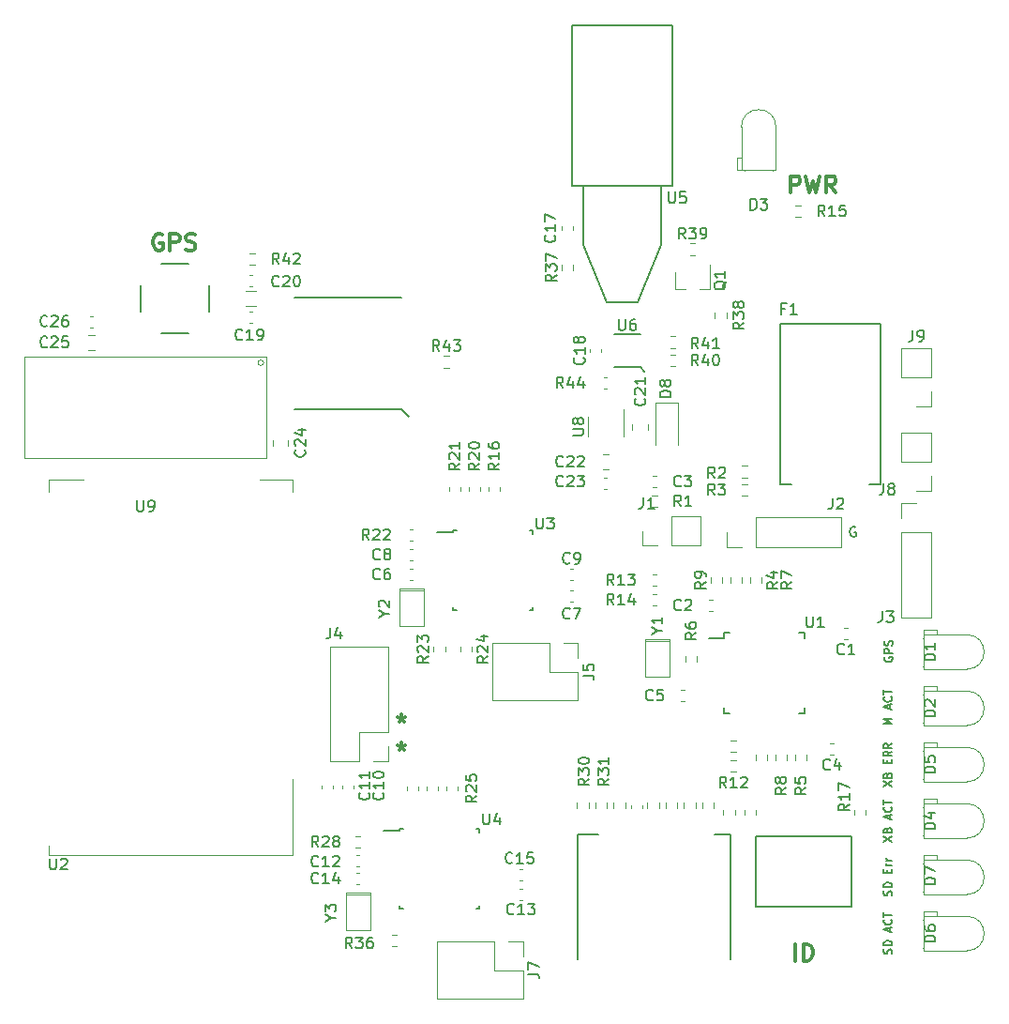
<source format=gbr>
G04 #@! TF.GenerationSoftware,KiCad,Pcbnew,(6.0.7)*
G04 #@! TF.CreationDate,2022-09-05T18:06:52-05:00*
G04 #@! TF.ProjectId,control_pcb,636f6e74-726f-46c5-9f70-63622e6b6963,3.1*
G04 #@! TF.SameCoordinates,Original*
G04 #@! TF.FileFunction,Legend,Top*
G04 #@! TF.FilePolarity,Positive*
%FSLAX46Y46*%
G04 Gerber Fmt 4.6, Leading zero omitted, Abs format (unit mm)*
G04 Created by KiCad (PCBNEW (6.0.7)) date 2022-09-05 18:06:52*
%MOMM*%
%LPD*%
G01*
G04 APERTURE LIST*
%ADD10C,0.184150*%
%ADD11C,0.300000*%
%ADD12C,0.158750*%
%ADD13C,0.150000*%
%ADD14C,0.120000*%
%ADD15C,0.127000*%
G04 APERTURE END LIST*
D10*
X152190147Y-167558961D02*
X152225223Y-167453733D01*
X152225223Y-167278352D01*
X152190147Y-167208200D01*
X152155071Y-167173123D01*
X152084919Y-167138047D01*
X152014766Y-167138047D01*
X151944614Y-167173123D01*
X151909538Y-167208200D01*
X151874461Y-167278352D01*
X151839385Y-167418657D01*
X151804309Y-167488809D01*
X151769233Y-167523885D01*
X151699080Y-167558961D01*
X151628928Y-167558961D01*
X151558776Y-167523885D01*
X151523700Y-167488809D01*
X151488623Y-167418657D01*
X151488623Y-167243276D01*
X151523700Y-167138047D01*
X152225223Y-166822361D02*
X151488623Y-166822361D01*
X151488623Y-166646980D01*
X151523700Y-166541752D01*
X151593852Y-166471600D01*
X151664004Y-166436523D01*
X151804309Y-166401447D01*
X151909538Y-166401447D01*
X152049842Y-166436523D01*
X152119995Y-166471600D01*
X152190147Y-166541752D01*
X152225223Y-166646980D01*
X152225223Y-166822361D01*
X152014766Y-165559619D02*
X152014766Y-165208857D01*
X152225223Y-165629771D02*
X151488623Y-165384238D01*
X152225223Y-165138704D01*
X152155071Y-164472257D02*
X152190147Y-164507333D01*
X152225223Y-164612561D01*
X152225223Y-164682714D01*
X152190147Y-164787942D01*
X152119995Y-164858095D01*
X152049842Y-164893171D01*
X151909538Y-164928247D01*
X151804309Y-164928247D01*
X151664004Y-164893171D01*
X151593852Y-164858095D01*
X151523700Y-164787942D01*
X151488623Y-164682714D01*
X151488623Y-164612561D01*
X151523700Y-164507333D01*
X151558776Y-164472257D01*
X151488623Y-164261800D02*
X151488623Y-163840885D01*
X152225223Y-164051342D02*
X151488623Y-164051342D01*
X151587200Y-140797642D02*
X151552123Y-140867795D01*
X151552123Y-140973023D01*
X151587200Y-141078252D01*
X151657352Y-141148404D01*
X151727504Y-141183480D01*
X151867809Y-141218557D01*
X151973038Y-141218557D01*
X152113342Y-141183480D01*
X152183495Y-141148404D01*
X152253647Y-141078252D01*
X152288723Y-140973023D01*
X152288723Y-140902871D01*
X152253647Y-140797642D01*
X152218571Y-140762566D01*
X151973038Y-140762566D01*
X151973038Y-140902871D01*
X152288723Y-140446880D02*
X151552123Y-140446880D01*
X151552123Y-140166271D01*
X151587200Y-140096119D01*
X151622276Y-140061042D01*
X151692428Y-140025966D01*
X151797657Y-140025966D01*
X151867809Y-140061042D01*
X151902885Y-140096119D01*
X151937961Y-140166271D01*
X151937961Y-140446880D01*
X152253647Y-139745357D02*
X152288723Y-139640128D01*
X152288723Y-139464747D01*
X152253647Y-139394595D01*
X152218571Y-139359519D01*
X152148419Y-139324442D01*
X152078266Y-139324442D01*
X152008114Y-139359519D01*
X151973038Y-139394595D01*
X151937961Y-139464747D01*
X151902885Y-139605052D01*
X151867809Y-139675204D01*
X151832733Y-139710280D01*
X151762580Y-139745357D01*
X151692428Y-139745357D01*
X151622276Y-139710280D01*
X151587200Y-139675204D01*
X151552123Y-139605052D01*
X151552123Y-139429671D01*
X151587200Y-139324442D01*
X152225223Y-146842238D02*
X151488623Y-146842238D01*
X152014766Y-146596704D01*
X151488623Y-146351171D01*
X152225223Y-146351171D01*
X152014766Y-145474266D02*
X152014766Y-145123504D01*
X152225223Y-145544419D02*
X151488623Y-145298885D01*
X152225223Y-145053352D01*
X152155071Y-144386904D02*
X152190147Y-144421980D01*
X152225223Y-144527209D01*
X152225223Y-144597361D01*
X152190147Y-144702590D01*
X152119995Y-144772742D01*
X152049842Y-144807819D01*
X151909538Y-144842895D01*
X151804309Y-144842895D01*
X151664004Y-144807819D01*
X151593852Y-144772742D01*
X151523700Y-144702590D01*
X151488623Y-144597361D01*
X151488623Y-144527209D01*
X151523700Y-144421980D01*
X151558776Y-144386904D01*
X151488623Y-144176447D02*
X151488623Y-143755533D01*
X152225223Y-143965990D02*
X151488623Y-143965990D01*
X151488623Y-152459266D02*
X152225223Y-151968200D01*
X151488623Y-151968200D02*
X152225223Y-152459266D01*
X151839385Y-151442057D02*
X151874461Y-151336828D01*
X151909538Y-151301752D01*
X151979690Y-151266676D01*
X152084919Y-151266676D01*
X152155071Y-151301752D01*
X152190147Y-151336828D01*
X152225223Y-151406980D01*
X152225223Y-151687590D01*
X151488623Y-151687590D01*
X151488623Y-151442057D01*
X151523700Y-151371904D01*
X151558776Y-151336828D01*
X151628928Y-151301752D01*
X151699080Y-151301752D01*
X151769233Y-151336828D01*
X151804309Y-151371904D01*
X151839385Y-151442057D01*
X151839385Y-151687590D01*
X151839385Y-150389771D02*
X151839385Y-150144238D01*
X152225223Y-150039009D02*
X152225223Y-150389771D01*
X151488623Y-150389771D01*
X151488623Y-150039009D01*
X152225223Y-149302409D02*
X151874461Y-149547942D01*
X152225223Y-149723323D02*
X151488623Y-149723323D01*
X151488623Y-149442714D01*
X151523700Y-149372561D01*
X151558776Y-149337485D01*
X151628928Y-149302409D01*
X151734157Y-149302409D01*
X151804309Y-149337485D01*
X151839385Y-149372561D01*
X151874461Y-149442714D01*
X151874461Y-149723323D01*
X152225223Y-148565809D02*
X151874461Y-148811342D01*
X152225223Y-148986723D02*
X151488623Y-148986723D01*
X151488623Y-148706114D01*
X151523700Y-148635961D01*
X151558776Y-148600885D01*
X151628928Y-148565809D01*
X151734157Y-148565809D01*
X151804309Y-148600885D01*
X151839385Y-148635961D01*
X151874461Y-148706114D01*
X151874461Y-148986723D01*
X151488623Y-157434038D02*
X152225223Y-156942971D01*
X151488623Y-156942971D02*
X152225223Y-157434038D01*
X151839385Y-156416828D02*
X151874461Y-156311600D01*
X151909538Y-156276523D01*
X151979690Y-156241447D01*
X152084919Y-156241447D01*
X152155071Y-156276523D01*
X152190147Y-156311600D01*
X152225223Y-156381752D01*
X152225223Y-156662361D01*
X151488623Y-156662361D01*
X151488623Y-156416828D01*
X151523700Y-156346676D01*
X151558776Y-156311600D01*
X151628928Y-156276523D01*
X151699080Y-156276523D01*
X151769233Y-156311600D01*
X151804309Y-156346676D01*
X151839385Y-156416828D01*
X151839385Y-156662361D01*
X152014766Y-155399619D02*
X152014766Y-155048857D01*
X152225223Y-155469771D02*
X151488623Y-155224238D01*
X152225223Y-154978704D01*
X152155071Y-154312257D02*
X152190147Y-154347333D01*
X152225223Y-154452561D01*
X152225223Y-154522714D01*
X152190147Y-154627942D01*
X152119995Y-154698095D01*
X152049842Y-154733171D01*
X151909538Y-154768247D01*
X151804309Y-154768247D01*
X151664004Y-154733171D01*
X151593852Y-154698095D01*
X151523700Y-154627942D01*
X151488623Y-154522714D01*
X151488623Y-154452561D01*
X151523700Y-154347333D01*
X151558776Y-154312257D01*
X151488623Y-154101800D02*
X151488623Y-153680885D01*
X152225223Y-153891342D02*
X151488623Y-153891342D01*
D11*
X107950000Y-145990571D02*
X107950000Y-146347714D01*
X107592857Y-146204857D02*
X107950000Y-146347714D01*
X108307142Y-146204857D01*
X107735714Y-146633428D02*
X107950000Y-146347714D01*
X108164285Y-146633428D01*
X107950000Y-148530571D02*
X107950000Y-148887714D01*
X107592857Y-148744857D02*
X107950000Y-148887714D01*
X108307142Y-148744857D01*
X107735714Y-149173428D02*
X107950000Y-148887714D01*
X108164285Y-149173428D01*
D12*
X148949833Y-129095500D02*
X148865166Y-129053166D01*
X148738166Y-129053166D01*
X148611166Y-129095500D01*
X148526500Y-129180166D01*
X148484166Y-129264833D01*
X148441833Y-129434166D01*
X148441833Y-129561166D01*
X148484166Y-129730500D01*
X148526500Y-129815166D01*
X148611166Y-129899833D01*
X148738166Y-129942166D01*
X148822833Y-129942166D01*
X148949833Y-129899833D01*
X148992166Y-129857500D01*
X148992166Y-129561166D01*
X148822833Y-129561166D01*
D11*
X143097500Y-98913071D02*
X143097500Y-97413071D01*
X143668928Y-97413071D01*
X143811785Y-97484500D01*
X143883214Y-97555928D01*
X143954642Y-97698785D01*
X143954642Y-97913071D01*
X143883214Y-98055928D01*
X143811785Y-98127357D01*
X143668928Y-98198785D01*
X143097500Y-98198785D01*
X144454642Y-97413071D02*
X144811785Y-98913071D01*
X145097500Y-97841642D01*
X145383214Y-98913071D01*
X145740357Y-97413071D01*
X147168928Y-98913071D02*
X146668928Y-98198785D01*
X146311785Y-98913071D02*
X146311785Y-97413071D01*
X146883214Y-97413071D01*
X147026071Y-97484500D01*
X147097500Y-97555928D01*
X147168928Y-97698785D01*
X147168928Y-97913071D01*
X147097500Y-98055928D01*
X147026071Y-98127357D01*
X146883214Y-98198785D01*
X146311785Y-98198785D01*
D10*
X152190147Y-162303580D02*
X152225223Y-162198352D01*
X152225223Y-162022971D01*
X152190147Y-161952819D01*
X152155071Y-161917742D01*
X152084919Y-161882666D01*
X152014766Y-161882666D01*
X151944614Y-161917742D01*
X151909538Y-161952819D01*
X151874461Y-162022971D01*
X151839385Y-162163276D01*
X151804309Y-162233428D01*
X151769233Y-162268504D01*
X151699080Y-162303580D01*
X151628928Y-162303580D01*
X151558776Y-162268504D01*
X151523700Y-162233428D01*
X151488623Y-162163276D01*
X151488623Y-161987895D01*
X151523700Y-161882666D01*
X152225223Y-161566980D02*
X151488623Y-161566980D01*
X151488623Y-161391600D01*
X151523700Y-161286371D01*
X151593852Y-161216219D01*
X151664004Y-161181142D01*
X151804309Y-161146066D01*
X151909538Y-161146066D01*
X152049842Y-161181142D01*
X152119995Y-161216219D01*
X152190147Y-161286371D01*
X152225223Y-161391600D01*
X152225223Y-161566980D01*
X151839385Y-160269161D02*
X151839385Y-160023628D01*
X152225223Y-159918400D02*
X152225223Y-160269161D01*
X151488623Y-160269161D01*
X151488623Y-159918400D01*
X152225223Y-159602714D02*
X151734157Y-159602714D01*
X151874461Y-159602714D02*
X151804309Y-159567638D01*
X151769233Y-159532561D01*
X151734157Y-159462409D01*
X151734157Y-159392257D01*
X152225223Y-159146723D02*
X151734157Y-159146723D01*
X151874461Y-159146723D02*
X151804309Y-159111647D01*
X151769233Y-159076571D01*
X151734157Y-159006419D01*
X151734157Y-158936266D01*
D11*
X143522000Y-168191571D02*
X143522000Y-166691571D01*
X144236285Y-168191571D02*
X144236285Y-166691571D01*
X144593428Y-166691571D01*
X144807714Y-166763000D01*
X144950571Y-166905857D01*
X145022000Y-167048714D01*
X145093428Y-167334428D01*
X145093428Y-167548714D01*
X145022000Y-167834428D01*
X144950571Y-167977285D01*
X144807714Y-168120142D01*
X144593428Y-168191571D01*
X144236285Y-168191571D01*
X86355371Y-102678800D02*
X86212514Y-102607371D01*
X85998228Y-102607371D01*
X85783942Y-102678800D01*
X85641085Y-102821657D01*
X85569657Y-102964514D01*
X85498228Y-103250228D01*
X85498228Y-103464514D01*
X85569657Y-103750228D01*
X85641085Y-103893085D01*
X85783942Y-104035942D01*
X85998228Y-104107371D01*
X86141085Y-104107371D01*
X86355371Y-104035942D01*
X86426800Y-103964514D01*
X86426800Y-103464514D01*
X86141085Y-103464514D01*
X87069657Y-104107371D02*
X87069657Y-102607371D01*
X87641085Y-102607371D01*
X87783942Y-102678800D01*
X87855371Y-102750228D01*
X87926800Y-102893085D01*
X87926800Y-103107371D01*
X87855371Y-103250228D01*
X87783942Y-103321657D01*
X87641085Y-103393085D01*
X87069657Y-103393085D01*
X88498228Y-104035942D02*
X88712514Y-104107371D01*
X89069657Y-104107371D01*
X89212514Y-104035942D01*
X89283942Y-103964514D01*
X89355371Y-103821657D01*
X89355371Y-103678800D01*
X89283942Y-103535942D01*
X89212514Y-103464514D01*
X89069657Y-103393085D01*
X88783942Y-103321657D01*
X88641085Y-103250228D01*
X88569657Y-103178800D01*
X88498228Y-103035942D01*
X88498228Y-102893085D01*
X88569657Y-102750228D01*
X88641085Y-102678800D01*
X88783942Y-102607371D01*
X89141085Y-102607371D01*
X89355371Y-102678800D01*
D13*
X151366666Y-136652380D02*
X151366666Y-137366666D01*
X151319047Y-137509523D01*
X151223809Y-137604761D01*
X151080952Y-137652380D01*
X150985714Y-137652380D01*
X151747619Y-136652380D02*
X152366666Y-136652380D01*
X152033333Y-137033333D01*
X152176190Y-137033333D01*
X152271428Y-137080952D01*
X152319047Y-137128571D01*
X152366666Y-137223809D01*
X152366666Y-137461904D01*
X152319047Y-137557142D01*
X152271428Y-137604761D01*
X152176190Y-137652380D01*
X151890476Y-137652380D01*
X151795238Y-137604761D01*
X151747619Y-137557142D01*
X144526095Y-137120380D02*
X144526095Y-137929904D01*
X144573714Y-138025142D01*
X144621333Y-138072761D01*
X144716571Y-138120380D01*
X144907047Y-138120380D01*
X145002285Y-138072761D01*
X145049904Y-138025142D01*
X145097523Y-137929904D01*
X145097523Y-137120380D01*
X146097523Y-138120380D02*
X145526095Y-138120380D01*
X145811809Y-138120380D02*
X145811809Y-137120380D01*
X145716571Y-137263238D01*
X145621333Y-137358476D01*
X145526095Y-137406095D01*
X124912380Y-151772857D02*
X124436190Y-152106190D01*
X124912380Y-152344285D02*
X123912380Y-152344285D01*
X123912380Y-151963333D01*
X123960000Y-151868095D01*
X124007619Y-151820476D01*
X124102857Y-151772857D01*
X124245714Y-151772857D01*
X124340952Y-151820476D01*
X124388571Y-151868095D01*
X124436190Y-151963333D01*
X124436190Y-152344285D01*
X123912380Y-151439523D02*
X123912380Y-150820476D01*
X124293333Y-151153809D01*
X124293333Y-151010952D01*
X124340952Y-150915714D01*
X124388571Y-150868095D01*
X124483809Y-150820476D01*
X124721904Y-150820476D01*
X124817142Y-150868095D01*
X124864761Y-150915714D01*
X124912380Y-151010952D01*
X124912380Y-151296666D01*
X124864761Y-151391904D01*
X124817142Y-151439523D01*
X123912380Y-150201428D02*
X123912380Y-150106190D01*
X123960000Y-150010952D01*
X124007619Y-149963333D01*
X124102857Y-149915714D01*
X124293333Y-149868095D01*
X124531428Y-149868095D01*
X124721904Y-149915714D01*
X124817142Y-149963333D01*
X124864761Y-150010952D01*
X124912380Y-150106190D01*
X124912380Y-150201428D01*
X124864761Y-150296666D01*
X124817142Y-150344285D01*
X124721904Y-150391904D01*
X124531428Y-150439523D01*
X124293333Y-150439523D01*
X124102857Y-150391904D01*
X124007619Y-150344285D01*
X123960000Y-150296666D01*
X123912380Y-150201428D01*
X126690380Y-151772857D02*
X126214190Y-152106190D01*
X126690380Y-152344285D02*
X125690380Y-152344285D01*
X125690380Y-151963333D01*
X125738000Y-151868095D01*
X125785619Y-151820476D01*
X125880857Y-151772857D01*
X126023714Y-151772857D01*
X126118952Y-151820476D01*
X126166571Y-151868095D01*
X126214190Y-151963333D01*
X126214190Y-152344285D01*
X125690380Y-151439523D02*
X125690380Y-150820476D01*
X126071333Y-151153809D01*
X126071333Y-151010952D01*
X126118952Y-150915714D01*
X126166571Y-150868095D01*
X126261809Y-150820476D01*
X126499904Y-150820476D01*
X126595142Y-150868095D01*
X126642761Y-150915714D01*
X126690380Y-151010952D01*
X126690380Y-151296666D01*
X126642761Y-151391904D01*
X126595142Y-151439523D01*
X126690380Y-149868095D02*
X126690380Y-150439523D01*
X126690380Y-150153809D02*
X125690380Y-150153809D01*
X125833238Y-150249047D01*
X125928476Y-150344285D01*
X125976095Y-150439523D01*
X134564380Y-138596666D02*
X134088190Y-138930000D01*
X134564380Y-139168095D02*
X133564380Y-139168095D01*
X133564380Y-138787142D01*
X133612000Y-138691904D01*
X133659619Y-138644285D01*
X133754857Y-138596666D01*
X133897714Y-138596666D01*
X133992952Y-138644285D01*
X134040571Y-138691904D01*
X134088190Y-138787142D01*
X134088190Y-139168095D01*
X133564380Y-137739523D02*
X133564380Y-137930000D01*
X133612000Y-138025238D01*
X133659619Y-138072857D01*
X133802476Y-138168095D01*
X133992952Y-138215714D01*
X134373904Y-138215714D01*
X134469142Y-138168095D01*
X134516761Y-138120476D01*
X134564380Y-138025238D01*
X134564380Y-137834761D01*
X134516761Y-137739523D01*
X134469142Y-137691904D01*
X134373904Y-137644285D01*
X134135809Y-137644285D01*
X134040571Y-137691904D01*
X133992952Y-137739523D01*
X133945333Y-137834761D01*
X133945333Y-138025238D01*
X133992952Y-138120476D01*
X134040571Y-138168095D01*
X134135809Y-138215714D01*
X133183333Y-125325142D02*
X133135714Y-125372761D01*
X132992857Y-125420380D01*
X132897619Y-125420380D01*
X132754761Y-125372761D01*
X132659523Y-125277523D01*
X132611904Y-125182285D01*
X132564285Y-124991809D01*
X132564285Y-124848952D01*
X132611904Y-124658476D01*
X132659523Y-124563238D01*
X132754761Y-124468000D01*
X132897619Y-124420380D01*
X132992857Y-124420380D01*
X133135714Y-124468000D01*
X133183333Y-124515619D01*
X133516666Y-124420380D02*
X134135714Y-124420380D01*
X133802380Y-124801333D01*
X133945238Y-124801333D01*
X134040476Y-124848952D01*
X134088095Y-124896571D01*
X134135714Y-124991809D01*
X134135714Y-125229904D01*
X134088095Y-125325142D01*
X134040476Y-125372761D01*
X133945238Y-125420380D01*
X133659523Y-125420380D01*
X133564285Y-125372761D01*
X133516666Y-125325142D01*
X147915333Y-140471142D02*
X147867714Y-140518761D01*
X147724857Y-140566380D01*
X147629619Y-140566380D01*
X147486761Y-140518761D01*
X147391523Y-140423523D01*
X147343904Y-140328285D01*
X147296285Y-140137809D01*
X147296285Y-139994952D01*
X147343904Y-139804476D01*
X147391523Y-139709238D01*
X147486761Y-139614000D01*
X147629619Y-139566380D01*
X147724857Y-139566380D01*
X147867714Y-139614000D01*
X147915333Y-139661619D01*
X148867714Y-140566380D02*
X148296285Y-140566380D01*
X148582000Y-140566380D02*
X148582000Y-139566380D01*
X148486761Y-139709238D01*
X148391523Y-139804476D01*
X148296285Y-139852095D01*
X142605166Y-109339071D02*
X142271833Y-109339071D01*
X142271833Y-109862880D02*
X142271833Y-108862880D01*
X142748023Y-108862880D01*
X143652785Y-109862880D02*
X143081357Y-109862880D01*
X143367071Y-109862880D02*
X143367071Y-108862880D01*
X143271833Y-109005738D01*
X143176595Y-109100976D01*
X143081357Y-109148595D01*
X129778166Y-126388880D02*
X129778166Y-127103166D01*
X129730547Y-127246023D01*
X129635309Y-127341261D01*
X129492452Y-127388880D01*
X129397214Y-127388880D01*
X130778166Y-127388880D02*
X130206738Y-127388880D01*
X130492452Y-127388880D02*
X130492452Y-126388880D01*
X130397214Y-126531738D01*
X130301976Y-126626976D01*
X130206738Y-126674595D01*
X146859666Y-126452380D02*
X146859666Y-127166666D01*
X146812047Y-127309523D01*
X146716809Y-127404761D01*
X146573952Y-127452380D01*
X146478714Y-127452380D01*
X147288238Y-126547619D02*
X147335857Y-126500000D01*
X147431095Y-126452380D01*
X147669190Y-126452380D01*
X147764428Y-126500000D01*
X147812047Y-126547619D01*
X147859666Y-126642857D01*
X147859666Y-126738095D01*
X147812047Y-126880952D01*
X147240619Y-127452380D01*
X147859666Y-127452380D01*
X132080095Y-98829880D02*
X132080095Y-99639404D01*
X132127714Y-99734642D01*
X132175333Y-99782261D01*
X132270571Y-99829880D01*
X132461047Y-99829880D01*
X132556285Y-99782261D01*
X132603904Y-99734642D01*
X132651523Y-99639404D01*
X132651523Y-98829880D01*
X133603904Y-98829880D02*
X133127714Y-98829880D01*
X133080095Y-99306071D01*
X133127714Y-99258452D01*
X133222952Y-99210833D01*
X133461047Y-99210833D01*
X133556285Y-99258452D01*
X133603904Y-99306071D01*
X133651523Y-99401309D01*
X133651523Y-99639404D01*
X133603904Y-99734642D01*
X133556285Y-99782261D01*
X133461047Y-99829880D01*
X133222952Y-99829880D01*
X133127714Y-99782261D01*
X133080095Y-99734642D01*
X127571595Y-110323380D02*
X127571595Y-111132904D01*
X127619214Y-111228142D01*
X127666833Y-111275761D01*
X127762071Y-111323380D01*
X127952547Y-111323380D01*
X128047785Y-111275761D01*
X128095404Y-111228142D01*
X128143023Y-111132904D01*
X128143023Y-110323380D01*
X129047785Y-110323380D02*
X128857309Y-110323380D01*
X128762071Y-110371000D01*
X128714452Y-110418619D01*
X128619214Y-110561476D01*
X128571595Y-110751952D01*
X128571595Y-111132904D01*
X128619214Y-111228142D01*
X128666833Y-111275761D01*
X128762071Y-111323380D01*
X128952547Y-111323380D01*
X129047785Y-111275761D01*
X129095404Y-111228142D01*
X129143023Y-111132904D01*
X129143023Y-110894809D01*
X129095404Y-110799571D01*
X129047785Y-110751952D01*
X128952547Y-110704333D01*
X128762071Y-110704333D01*
X128666833Y-110751952D01*
X128619214Y-110799571D01*
X128571595Y-110894809D01*
X137286619Y-106902238D02*
X137239000Y-106997476D01*
X137143761Y-107092714D01*
X137000904Y-107235571D01*
X136953285Y-107330809D01*
X136953285Y-107426047D01*
X137191380Y-107378428D02*
X137143761Y-107473666D01*
X137048523Y-107568904D01*
X136858047Y-107616523D01*
X136524714Y-107616523D01*
X136334238Y-107568904D01*
X136239000Y-107473666D01*
X136191380Y-107378428D01*
X136191380Y-107187952D01*
X136239000Y-107092714D01*
X136334238Y-106997476D01*
X136524714Y-106949857D01*
X136858047Y-106949857D01*
X137048523Y-106997476D01*
X137143761Y-107092714D01*
X137191380Y-107187952D01*
X137191380Y-107378428D01*
X137191380Y-105997476D02*
X137191380Y-106568904D01*
X137191380Y-106283190D02*
X136191380Y-106283190D01*
X136334238Y-106378428D01*
X136429476Y-106473666D01*
X136477095Y-106568904D01*
X106005333Y-133707142D02*
X105957714Y-133754761D01*
X105814857Y-133802380D01*
X105719619Y-133802380D01*
X105576761Y-133754761D01*
X105481523Y-133659523D01*
X105433904Y-133564285D01*
X105386285Y-133373809D01*
X105386285Y-133230952D01*
X105433904Y-133040476D01*
X105481523Y-132945238D01*
X105576761Y-132850000D01*
X105719619Y-132802380D01*
X105814857Y-132802380D01*
X105957714Y-132850000D01*
X106005333Y-132897619D01*
X106862476Y-132802380D02*
X106672000Y-132802380D01*
X106576761Y-132850000D01*
X106529142Y-132897619D01*
X106433904Y-133040476D01*
X106386285Y-133230952D01*
X106386285Y-133611904D01*
X106433904Y-133707142D01*
X106481523Y-133754761D01*
X106576761Y-133802380D01*
X106767238Y-133802380D01*
X106862476Y-133754761D01*
X106910095Y-133707142D01*
X106957714Y-133611904D01*
X106957714Y-133373809D01*
X106910095Y-133278571D01*
X106862476Y-133230952D01*
X106767238Y-133183333D01*
X106576761Y-133183333D01*
X106481523Y-133230952D01*
X106433904Y-133278571D01*
X106386285Y-133373809D01*
X123150333Y-137263142D02*
X123102714Y-137310761D01*
X122959857Y-137358380D01*
X122864619Y-137358380D01*
X122721761Y-137310761D01*
X122626523Y-137215523D01*
X122578904Y-137120285D01*
X122531285Y-136929809D01*
X122531285Y-136786952D01*
X122578904Y-136596476D01*
X122626523Y-136501238D01*
X122721761Y-136406000D01*
X122864619Y-136358380D01*
X122959857Y-136358380D01*
X123102714Y-136406000D01*
X123150333Y-136453619D01*
X123483666Y-136358380D02*
X124150333Y-136358380D01*
X123721761Y-137358380D01*
X106005333Y-131929142D02*
X105957714Y-131976761D01*
X105814857Y-132024380D01*
X105719619Y-132024380D01*
X105576761Y-131976761D01*
X105481523Y-131881523D01*
X105433904Y-131786285D01*
X105386285Y-131595809D01*
X105386285Y-131452952D01*
X105433904Y-131262476D01*
X105481523Y-131167238D01*
X105576761Y-131072000D01*
X105719619Y-131024380D01*
X105814857Y-131024380D01*
X105957714Y-131072000D01*
X106005333Y-131119619D01*
X106576761Y-131452952D02*
X106481523Y-131405333D01*
X106433904Y-131357714D01*
X106386285Y-131262476D01*
X106386285Y-131214857D01*
X106433904Y-131119619D01*
X106481523Y-131072000D01*
X106576761Y-131024380D01*
X106767238Y-131024380D01*
X106862476Y-131072000D01*
X106910095Y-131119619D01*
X106957714Y-131214857D01*
X106957714Y-131262476D01*
X106910095Y-131357714D01*
X106862476Y-131405333D01*
X106767238Y-131452952D01*
X106576761Y-131452952D01*
X106481523Y-131500571D01*
X106433904Y-131548190D01*
X106386285Y-131643428D01*
X106386285Y-131833904D01*
X106433904Y-131929142D01*
X106481523Y-131976761D01*
X106576761Y-132024380D01*
X106767238Y-132024380D01*
X106862476Y-131976761D01*
X106910095Y-131929142D01*
X106957714Y-131833904D01*
X106957714Y-131643428D01*
X106910095Y-131548190D01*
X106862476Y-131500571D01*
X106767238Y-131452952D01*
X123150333Y-132277142D02*
X123102714Y-132324761D01*
X122959857Y-132372380D01*
X122864619Y-132372380D01*
X122721761Y-132324761D01*
X122626523Y-132229523D01*
X122578904Y-132134285D01*
X122531285Y-131943809D01*
X122531285Y-131800952D01*
X122578904Y-131610476D01*
X122626523Y-131515238D01*
X122721761Y-131420000D01*
X122864619Y-131372380D01*
X122959857Y-131372380D01*
X123102714Y-131420000D01*
X123150333Y-131467619D01*
X123626523Y-132372380D02*
X123817000Y-132372380D01*
X123912238Y-132324761D01*
X123959857Y-132277142D01*
X124055095Y-132134285D01*
X124102714Y-131943809D01*
X124102714Y-131562857D01*
X124055095Y-131467619D01*
X124007476Y-131420000D01*
X123912238Y-131372380D01*
X123721761Y-131372380D01*
X123626523Y-131420000D01*
X123578904Y-131467619D01*
X123531285Y-131562857D01*
X123531285Y-131800952D01*
X123578904Y-131896190D01*
X123626523Y-131943809D01*
X123721761Y-131991428D01*
X123912238Y-131991428D01*
X124007476Y-131943809D01*
X124055095Y-131896190D01*
X124102714Y-131800952D01*
X100449142Y-159615142D02*
X100401523Y-159662761D01*
X100258666Y-159710380D01*
X100163428Y-159710380D01*
X100020571Y-159662761D01*
X99925333Y-159567523D01*
X99877714Y-159472285D01*
X99830095Y-159281809D01*
X99830095Y-159138952D01*
X99877714Y-158948476D01*
X99925333Y-158853238D01*
X100020571Y-158758000D01*
X100163428Y-158710380D01*
X100258666Y-158710380D01*
X100401523Y-158758000D01*
X100449142Y-158805619D01*
X101401523Y-159710380D02*
X100830095Y-159710380D01*
X101115809Y-159710380D02*
X101115809Y-158710380D01*
X101020571Y-158853238D01*
X100925333Y-158948476D01*
X100830095Y-158996095D01*
X101782476Y-158805619D02*
X101830095Y-158758000D01*
X101925333Y-158710380D01*
X102163428Y-158710380D01*
X102258666Y-158758000D01*
X102306285Y-158805619D01*
X102353904Y-158900857D01*
X102353904Y-158996095D01*
X102306285Y-159138952D01*
X101734857Y-159710380D01*
X102353904Y-159710380D01*
X118102142Y-163933142D02*
X118054523Y-163980761D01*
X117911666Y-164028380D01*
X117816428Y-164028380D01*
X117673571Y-163980761D01*
X117578333Y-163885523D01*
X117530714Y-163790285D01*
X117483095Y-163599809D01*
X117483095Y-163456952D01*
X117530714Y-163266476D01*
X117578333Y-163171238D01*
X117673571Y-163076000D01*
X117816428Y-163028380D01*
X117911666Y-163028380D01*
X118054523Y-163076000D01*
X118102142Y-163123619D01*
X119054523Y-164028380D02*
X118483095Y-164028380D01*
X118768809Y-164028380D02*
X118768809Y-163028380D01*
X118673571Y-163171238D01*
X118578333Y-163266476D01*
X118483095Y-163314095D01*
X119387857Y-163028380D02*
X120006904Y-163028380D01*
X119673571Y-163409333D01*
X119816428Y-163409333D01*
X119911666Y-163456952D01*
X119959285Y-163504571D01*
X120006904Y-163599809D01*
X120006904Y-163837904D01*
X119959285Y-163933142D01*
X119911666Y-163980761D01*
X119816428Y-164028380D01*
X119530714Y-164028380D01*
X119435476Y-163980761D01*
X119387857Y-163933142D01*
X100449142Y-161139142D02*
X100401523Y-161186761D01*
X100258666Y-161234380D01*
X100163428Y-161234380D01*
X100020571Y-161186761D01*
X99925333Y-161091523D01*
X99877714Y-160996285D01*
X99830095Y-160805809D01*
X99830095Y-160662952D01*
X99877714Y-160472476D01*
X99925333Y-160377238D01*
X100020571Y-160282000D01*
X100163428Y-160234380D01*
X100258666Y-160234380D01*
X100401523Y-160282000D01*
X100449142Y-160329619D01*
X101401523Y-161234380D02*
X100830095Y-161234380D01*
X101115809Y-161234380D02*
X101115809Y-160234380D01*
X101020571Y-160377238D01*
X100925333Y-160472476D01*
X100830095Y-160520095D01*
X102258666Y-160567714D02*
X102258666Y-161234380D01*
X102020571Y-160186761D02*
X101782476Y-160901047D01*
X102401523Y-160901047D01*
X117975142Y-159328142D02*
X117927523Y-159375761D01*
X117784666Y-159423380D01*
X117689428Y-159423380D01*
X117546571Y-159375761D01*
X117451333Y-159280523D01*
X117403714Y-159185285D01*
X117356095Y-158994809D01*
X117356095Y-158851952D01*
X117403714Y-158661476D01*
X117451333Y-158566238D01*
X117546571Y-158471000D01*
X117689428Y-158423380D01*
X117784666Y-158423380D01*
X117927523Y-158471000D01*
X117975142Y-158518619D01*
X118927523Y-159423380D02*
X118356095Y-159423380D01*
X118641809Y-159423380D02*
X118641809Y-158423380D01*
X118546571Y-158566238D01*
X118451333Y-158661476D01*
X118356095Y-158709095D01*
X119832285Y-158423380D02*
X119356095Y-158423380D01*
X119308476Y-158899571D01*
X119356095Y-158851952D01*
X119451333Y-158804333D01*
X119689428Y-158804333D01*
X119784666Y-158851952D01*
X119832285Y-158899571D01*
X119879904Y-158994809D01*
X119879904Y-159232904D01*
X119832285Y-159328142D01*
X119784666Y-159375761D01*
X119689428Y-159423380D01*
X119451333Y-159423380D01*
X119356095Y-159375761D01*
X119308476Y-159328142D01*
X129897142Y-117482857D02*
X129944761Y-117530476D01*
X129992380Y-117673333D01*
X129992380Y-117768571D01*
X129944761Y-117911428D01*
X129849523Y-118006666D01*
X129754285Y-118054285D01*
X129563809Y-118101904D01*
X129420952Y-118101904D01*
X129230476Y-118054285D01*
X129135238Y-118006666D01*
X129040000Y-117911428D01*
X128992380Y-117768571D01*
X128992380Y-117673333D01*
X129040000Y-117530476D01*
X129087619Y-117482857D01*
X129087619Y-117101904D02*
X129040000Y-117054285D01*
X128992380Y-116959047D01*
X128992380Y-116720952D01*
X129040000Y-116625714D01*
X129087619Y-116578095D01*
X129182857Y-116530476D01*
X129278095Y-116530476D01*
X129420952Y-116578095D01*
X129992380Y-117149523D01*
X129992380Y-116530476D01*
X129992380Y-115578095D02*
X129992380Y-116149523D01*
X129992380Y-115863809D02*
X128992380Y-115863809D01*
X129135238Y-115959047D01*
X129230476Y-116054285D01*
X129278095Y-116149523D01*
X122547142Y-123547142D02*
X122499523Y-123594761D01*
X122356666Y-123642380D01*
X122261428Y-123642380D01*
X122118571Y-123594761D01*
X122023333Y-123499523D01*
X121975714Y-123404285D01*
X121928095Y-123213809D01*
X121928095Y-123070952D01*
X121975714Y-122880476D01*
X122023333Y-122785238D01*
X122118571Y-122690000D01*
X122261428Y-122642380D01*
X122356666Y-122642380D01*
X122499523Y-122690000D01*
X122547142Y-122737619D01*
X122928095Y-122737619D02*
X122975714Y-122690000D01*
X123070952Y-122642380D01*
X123309047Y-122642380D01*
X123404285Y-122690000D01*
X123451904Y-122737619D01*
X123499523Y-122832857D01*
X123499523Y-122928095D01*
X123451904Y-123070952D01*
X122880476Y-123642380D01*
X123499523Y-123642380D01*
X123880476Y-122737619D02*
X123928095Y-122690000D01*
X124023333Y-122642380D01*
X124261428Y-122642380D01*
X124356666Y-122690000D01*
X124404285Y-122737619D01*
X124451904Y-122832857D01*
X124451904Y-122928095D01*
X124404285Y-123070952D01*
X123832857Y-123642380D01*
X124451904Y-123642380D01*
X122547142Y-125325142D02*
X122499523Y-125372761D01*
X122356666Y-125420380D01*
X122261428Y-125420380D01*
X122118571Y-125372761D01*
X122023333Y-125277523D01*
X121975714Y-125182285D01*
X121928095Y-124991809D01*
X121928095Y-124848952D01*
X121975714Y-124658476D01*
X122023333Y-124563238D01*
X122118571Y-124468000D01*
X122261428Y-124420380D01*
X122356666Y-124420380D01*
X122499523Y-124468000D01*
X122547142Y-124515619D01*
X122928095Y-124515619D02*
X122975714Y-124468000D01*
X123070952Y-124420380D01*
X123309047Y-124420380D01*
X123404285Y-124468000D01*
X123451904Y-124515619D01*
X123499523Y-124610857D01*
X123499523Y-124706095D01*
X123451904Y-124848952D01*
X122880476Y-125420380D01*
X123499523Y-125420380D01*
X123832857Y-124420380D02*
X124451904Y-124420380D01*
X124118571Y-124801333D01*
X124261428Y-124801333D01*
X124356666Y-124848952D01*
X124404285Y-124896571D01*
X124451904Y-124991809D01*
X124451904Y-125229904D01*
X124404285Y-125325142D01*
X124356666Y-125372761D01*
X124261428Y-125420380D01*
X123975714Y-125420380D01*
X123880476Y-125372761D01*
X123832857Y-125325142D01*
X132278380Y-117324095D02*
X131278380Y-117324095D01*
X131278380Y-117086000D01*
X131326000Y-116943142D01*
X131421238Y-116847904D01*
X131516476Y-116800285D01*
X131706952Y-116752666D01*
X131849809Y-116752666D01*
X132040285Y-116800285D01*
X132135523Y-116847904D01*
X132230761Y-116943142D01*
X132278380Y-117086000D01*
X132278380Y-117324095D01*
X131706952Y-116181238D02*
X131659333Y-116276476D01*
X131611714Y-116324095D01*
X131516476Y-116371714D01*
X131468857Y-116371714D01*
X131373619Y-116324095D01*
X131326000Y-116276476D01*
X131278380Y-116181238D01*
X131278380Y-115990761D01*
X131326000Y-115895523D01*
X131373619Y-115847904D01*
X131468857Y-115800285D01*
X131516476Y-115800285D01*
X131611714Y-115847904D01*
X131659333Y-115895523D01*
X131706952Y-115990761D01*
X131706952Y-116181238D01*
X131754571Y-116276476D01*
X131802190Y-116324095D01*
X131897428Y-116371714D01*
X132087904Y-116371714D01*
X132183142Y-116324095D01*
X132230761Y-116276476D01*
X132278380Y-116181238D01*
X132278380Y-115990761D01*
X132230761Y-115895523D01*
X132183142Y-115847904D01*
X132087904Y-115800285D01*
X131897428Y-115800285D01*
X131802190Y-115847904D01*
X131754571Y-115895523D01*
X131706952Y-115990761D01*
X124337380Y-142446333D02*
X125051666Y-142446333D01*
X125194523Y-142493952D01*
X125289761Y-142589190D01*
X125337380Y-142732047D01*
X125337380Y-142827285D01*
X124337380Y-141493952D02*
X124337380Y-141970142D01*
X124813571Y-142017761D01*
X124765952Y-141970142D01*
X124718333Y-141874904D01*
X124718333Y-141636809D01*
X124765952Y-141541571D01*
X124813571Y-141493952D01*
X124908809Y-141446333D01*
X125146904Y-141446333D01*
X125242142Y-141493952D01*
X125289761Y-141541571D01*
X125337380Y-141636809D01*
X125337380Y-141874904D01*
X125289761Y-141970142D01*
X125242142Y-142017761D01*
X119384380Y-169370333D02*
X120098666Y-169370333D01*
X120241523Y-169417952D01*
X120336761Y-169513190D01*
X120384380Y-169656047D01*
X120384380Y-169751285D01*
X119384380Y-168989380D02*
X119384380Y-168322714D01*
X120384380Y-168751285D01*
X137279142Y-152598380D02*
X136945809Y-152122190D01*
X136707714Y-152598380D02*
X136707714Y-151598380D01*
X137088666Y-151598380D01*
X137183904Y-151646000D01*
X137231523Y-151693619D01*
X137279142Y-151788857D01*
X137279142Y-151931714D01*
X137231523Y-152026952D01*
X137183904Y-152074571D01*
X137088666Y-152122190D01*
X136707714Y-152122190D01*
X138231523Y-152598380D02*
X137660095Y-152598380D01*
X137945809Y-152598380D02*
X137945809Y-151598380D01*
X137850571Y-151741238D01*
X137755333Y-151836476D01*
X137660095Y-151884095D01*
X138612476Y-151693619D02*
X138660095Y-151646000D01*
X138755333Y-151598380D01*
X138993428Y-151598380D01*
X139088666Y-151646000D01*
X139136285Y-151693619D01*
X139183904Y-151788857D01*
X139183904Y-151884095D01*
X139136285Y-152026952D01*
X138564857Y-152598380D01*
X139183904Y-152598380D01*
X127119142Y-134310380D02*
X126785809Y-133834190D01*
X126547714Y-134310380D02*
X126547714Y-133310380D01*
X126928666Y-133310380D01*
X127023904Y-133358000D01*
X127071523Y-133405619D01*
X127119142Y-133500857D01*
X127119142Y-133643714D01*
X127071523Y-133738952D01*
X127023904Y-133786571D01*
X126928666Y-133834190D01*
X126547714Y-133834190D01*
X128071523Y-134310380D02*
X127500095Y-134310380D01*
X127785809Y-134310380D02*
X127785809Y-133310380D01*
X127690571Y-133453238D01*
X127595333Y-133548476D01*
X127500095Y-133596095D01*
X128404857Y-133310380D02*
X129023904Y-133310380D01*
X128690571Y-133691333D01*
X128833428Y-133691333D01*
X128928666Y-133738952D01*
X128976285Y-133786571D01*
X129023904Y-133881809D01*
X129023904Y-134119904D01*
X128976285Y-134215142D01*
X128928666Y-134262761D01*
X128833428Y-134310380D01*
X128547714Y-134310380D01*
X128452476Y-134262761D01*
X128404857Y-134215142D01*
X127119142Y-136088380D02*
X126785809Y-135612190D01*
X126547714Y-136088380D02*
X126547714Y-135088380D01*
X126928666Y-135088380D01*
X127023904Y-135136000D01*
X127071523Y-135183619D01*
X127119142Y-135278857D01*
X127119142Y-135421714D01*
X127071523Y-135516952D01*
X127023904Y-135564571D01*
X126928666Y-135612190D01*
X126547714Y-135612190D01*
X128071523Y-136088380D02*
X127500095Y-136088380D01*
X127785809Y-136088380D02*
X127785809Y-135088380D01*
X127690571Y-135231238D01*
X127595333Y-135326476D01*
X127500095Y-135374095D01*
X128928666Y-135421714D02*
X128928666Y-136088380D01*
X128690571Y-135040761D02*
X128452476Y-135755047D01*
X129071523Y-135755047D01*
X146169142Y-101036380D02*
X145835809Y-100560190D01*
X145597714Y-101036380D02*
X145597714Y-100036380D01*
X145978666Y-100036380D01*
X146073904Y-100084000D01*
X146121523Y-100131619D01*
X146169142Y-100226857D01*
X146169142Y-100369714D01*
X146121523Y-100464952D01*
X146073904Y-100512571D01*
X145978666Y-100560190D01*
X145597714Y-100560190D01*
X147121523Y-101036380D02*
X146550095Y-101036380D01*
X146835809Y-101036380D02*
X146835809Y-100036380D01*
X146740571Y-100179238D01*
X146645333Y-100274476D01*
X146550095Y-100322095D01*
X148026285Y-100036380D02*
X147550095Y-100036380D01*
X147502476Y-100512571D01*
X147550095Y-100464952D01*
X147645333Y-100417333D01*
X147883428Y-100417333D01*
X147978666Y-100464952D01*
X148026285Y-100512571D01*
X148073904Y-100607809D01*
X148073904Y-100845904D01*
X148026285Y-100941142D01*
X147978666Y-100988761D01*
X147883428Y-101036380D01*
X147645333Y-101036380D01*
X147550095Y-100988761D01*
X147502476Y-100941142D01*
X116784380Y-123324857D02*
X116308190Y-123658190D01*
X116784380Y-123896285D02*
X115784380Y-123896285D01*
X115784380Y-123515333D01*
X115832000Y-123420095D01*
X115879619Y-123372476D01*
X115974857Y-123324857D01*
X116117714Y-123324857D01*
X116212952Y-123372476D01*
X116260571Y-123420095D01*
X116308190Y-123515333D01*
X116308190Y-123896285D01*
X116784380Y-122372476D02*
X116784380Y-122943904D01*
X116784380Y-122658190D02*
X115784380Y-122658190D01*
X115927238Y-122753428D01*
X116022476Y-122848666D01*
X116070095Y-122943904D01*
X115784380Y-121515333D02*
X115784380Y-121705809D01*
X115832000Y-121801047D01*
X115879619Y-121848666D01*
X116022476Y-121943904D01*
X116212952Y-121991523D01*
X116593904Y-121991523D01*
X116689142Y-121943904D01*
X116736761Y-121896285D01*
X116784380Y-121801047D01*
X116784380Y-121610571D01*
X116736761Y-121515333D01*
X116689142Y-121467714D01*
X116593904Y-121420095D01*
X116355809Y-121420095D01*
X116260571Y-121467714D01*
X116212952Y-121515333D01*
X116165333Y-121610571D01*
X116165333Y-121801047D01*
X116212952Y-121896285D01*
X116260571Y-121943904D01*
X116355809Y-121991523D01*
X115006380Y-123324857D02*
X114530190Y-123658190D01*
X115006380Y-123896285D02*
X114006380Y-123896285D01*
X114006380Y-123515333D01*
X114054000Y-123420095D01*
X114101619Y-123372476D01*
X114196857Y-123324857D01*
X114339714Y-123324857D01*
X114434952Y-123372476D01*
X114482571Y-123420095D01*
X114530190Y-123515333D01*
X114530190Y-123896285D01*
X114101619Y-122943904D02*
X114054000Y-122896285D01*
X114006380Y-122801047D01*
X114006380Y-122562952D01*
X114054000Y-122467714D01*
X114101619Y-122420095D01*
X114196857Y-122372476D01*
X114292095Y-122372476D01*
X114434952Y-122420095D01*
X115006380Y-122991523D01*
X115006380Y-122372476D01*
X114006380Y-121753428D02*
X114006380Y-121658190D01*
X114054000Y-121562952D01*
X114101619Y-121515333D01*
X114196857Y-121467714D01*
X114387333Y-121420095D01*
X114625428Y-121420095D01*
X114815904Y-121467714D01*
X114911142Y-121515333D01*
X114958761Y-121562952D01*
X115006380Y-121658190D01*
X115006380Y-121753428D01*
X114958761Y-121848666D01*
X114911142Y-121896285D01*
X114815904Y-121943904D01*
X114625428Y-121991523D01*
X114387333Y-121991523D01*
X114196857Y-121943904D01*
X114101619Y-121896285D01*
X114054000Y-121848666D01*
X114006380Y-121753428D01*
X113228380Y-123324857D02*
X112752190Y-123658190D01*
X113228380Y-123896285D02*
X112228380Y-123896285D01*
X112228380Y-123515333D01*
X112276000Y-123420095D01*
X112323619Y-123372476D01*
X112418857Y-123324857D01*
X112561714Y-123324857D01*
X112656952Y-123372476D01*
X112704571Y-123420095D01*
X112752190Y-123515333D01*
X112752190Y-123896285D01*
X112323619Y-122943904D02*
X112276000Y-122896285D01*
X112228380Y-122801047D01*
X112228380Y-122562952D01*
X112276000Y-122467714D01*
X112323619Y-122420095D01*
X112418857Y-122372476D01*
X112514095Y-122372476D01*
X112656952Y-122420095D01*
X113228380Y-122991523D01*
X113228380Y-122372476D01*
X113228380Y-121420095D02*
X113228380Y-121991523D01*
X113228380Y-121705809D02*
X112228380Y-121705809D01*
X112371238Y-121801047D01*
X112466476Y-121896285D01*
X112514095Y-121991523D01*
X105021142Y-130246380D02*
X104687809Y-129770190D01*
X104449714Y-130246380D02*
X104449714Y-129246380D01*
X104830666Y-129246380D01*
X104925904Y-129294000D01*
X104973523Y-129341619D01*
X105021142Y-129436857D01*
X105021142Y-129579714D01*
X104973523Y-129674952D01*
X104925904Y-129722571D01*
X104830666Y-129770190D01*
X104449714Y-129770190D01*
X105402095Y-129341619D02*
X105449714Y-129294000D01*
X105544952Y-129246380D01*
X105783047Y-129246380D01*
X105878285Y-129294000D01*
X105925904Y-129341619D01*
X105973523Y-129436857D01*
X105973523Y-129532095D01*
X105925904Y-129674952D01*
X105354476Y-130246380D01*
X105973523Y-130246380D01*
X106354476Y-129341619D02*
X106402095Y-129294000D01*
X106497333Y-129246380D01*
X106735428Y-129246380D01*
X106830666Y-129294000D01*
X106878285Y-129341619D01*
X106925904Y-129436857D01*
X106925904Y-129532095D01*
X106878285Y-129674952D01*
X106306857Y-130246380D01*
X106925904Y-130246380D01*
X110401380Y-140723857D02*
X109925190Y-141057190D01*
X110401380Y-141295285D02*
X109401380Y-141295285D01*
X109401380Y-140914333D01*
X109449000Y-140819095D01*
X109496619Y-140771476D01*
X109591857Y-140723857D01*
X109734714Y-140723857D01*
X109829952Y-140771476D01*
X109877571Y-140819095D01*
X109925190Y-140914333D01*
X109925190Y-141295285D01*
X109496619Y-140342904D02*
X109449000Y-140295285D01*
X109401380Y-140200047D01*
X109401380Y-139961952D01*
X109449000Y-139866714D01*
X109496619Y-139819095D01*
X109591857Y-139771476D01*
X109687095Y-139771476D01*
X109829952Y-139819095D01*
X110401380Y-140390523D01*
X110401380Y-139771476D01*
X109401380Y-139438142D02*
X109401380Y-138819095D01*
X109782333Y-139152428D01*
X109782333Y-139009571D01*
X109829952Y-138914333D01*
X109877571Y-138866714D01*
X109972809Y-138819095D01*
X110210904Y-138819095D01*
X110306142Y-138866714D01*
X110353761Y-138914333D01*
X110401380Y-139009571D01*
X110401380Y-139295285D01*
X110353761Y-139390523D01*
X110306142Y-139438142D01*
X115768380Y-140723857D02*
X115292190Y-141057190D01*
X115768380Y-141295285D02*
X114768380Y-141295285D01*
X114768380Y-140914333D01*
X114816000Y-140819095D01*
X114863619Y-140771476D01*
X114958857Y-140723857D01*
X115101714Y-140723857D01*
X115196952Y-140771476D01*
X115244571Y-140819095D01*
X115292190Y-140914333D01*
X115292190Y-141295285D01*
X114863619Y-140342904D02*
X114816000Y-140295285D01*
X114768380Y-140200047D01*
X114768380Y-139961952D01*
X114816000Y-139866714D01*
X114863619Y-139819095D01*
X114958857Y-139771476D01*
X115054095Y-139771476D01*
X115196952Y-139819095D01*
X115768380Y-140390523D01*
X115768380Y-139771476D01*
X115101714Y-138914333D02*
X115768380Y-138914333D01*
X114720761Y-139152428D02*
X115435047Y-139390523D01*
X115435047Y-138771476D01*
X114752380Y-153296857D02*
X114276190Y-153630190D01*
X114752380Y-153868285D02*
X113752380Y-153868285D01*
X113752380Y-153487333D01*
X113800000Y-153392095D01*
X113847619Y-153344476D01*
X113942857Y-153296857D01*
X114085714Y-153296857D01*
X114180952Y-153344476D01*
X114228571Y-153392095D01*
X114276190Y-153487333D01*
X114276190Y-153868285D01*
X113847619Y-152915904D02*
X113800000Y-152868285D01*
X113752380Y-152773047D01*
X113752380Y-152534952D01*
X113800000Y-152439714D01*
X113847619Y-152392095D01*
X113942857Y-152344476D01*
X114038095Y-152344476D01*
X114180952Y-152392095D01*
X114752380Y-152963523D01*
X114752380Y-152344476D01*
X113752380Y-151439714D02*
X113752380Y-151915904D01*
X114228571Y-151963523D01*
X114180952Y-151915904D01*
X114133333Y-151820666D01*
X114133333Y-151582571D01*
X114180952Y-151487333D01*
X114228571Y-151439714D01*
X114323809Y-151392095D01*
X114561904Y-151392095D01*
X114657142Y-151439714D01*
X114704761Y-151487333D01*
X114752380Y-151582571D01*
X114752380Y-151820666D01*
X114704761Y-151915904D01*
X114657142Y-151963523D01*
X100449142Y-157932380D02*
X100115809Y-157456190D01*
X99877714Y-157932380D02*
X99877714Y-156932380D01*
X100258666Y-156932380D01*
X100353904Y-156980000D01*
X100401523Y-157027619D01*
X100449142Y-157122857D01*
X100449142Y-157265714D01*
X100401523Y-157360952D01*
X100353904Y-157408571D01*
X100258666Y-157456190D01*
X99877714Y-157456190D01*
X100830095Y-157027619D02*
X100877714Y-156980000D01*
X100972952Y-156932380D01*
X101211047Y-156932380D01*
X101306285Y-156980000D01*
X101353904Y-157027619D01*
X101401523Y-157122857D01*
X101401523Y-157218095D01*
X101353904Y-157360952D01*
X100782476Y-157932380D01*
X101401523Y-157932380D01*
X101972952Y-157360952D02*
X101877714Y-157313333D01*
X101830095Y-157265714D01*
X101782476Y-157170476D01*
X101782476Y-157122857D01*
X101830095Y-157027619D01*
X101877714Y-156980000D01*
X101972952Y-156932380D01*
X102163428Y-156932380D01*
X102258666Y-156980000D01*
X102306285Y-157027619D01*
X102353904Y-157122857D01*
X102353904Y-157170476D01*
X102306285Y-157265714D01*
X102258666Y-157313333D01*
X102163428Y-157360952D01*
X101972952Y-157360952D01*
X101877714Y-157408571D01*
X101830095Y-157456190D01*
X101782476Y-157551428D01*
X101782476Y-157741904D01*
X101830095Y-157837142D01*
X101877714Y-157884761D01*
X101972952Y-157932380D01*
X102163428Y-157932380D01*
X102258666Y-157884761D01*
X102306285Y-157837142D01*
X102353904Y-157741904D01*
X102353904Y-157551428D01*
X102306285Y-157456190D01*
X102258666Y-157408571D01*
X102163428Y-157360952D01*
X103497142Y-167076380D02*
X103163809Y-166600190D01*
X102925714Y-167076380D02*
X102925714Y-166076380D01*
X103306666Y-166076380D01*
X103401904Y-166124000D01*
X103449523Y-166171619D01*
X103497142Y-166266857D01*
X103497142Y-166409714D01*
X103449523Y-166504952D01*
X103401904Y-166552571D01*
X103306666Y-166600190D01*
X102925714Y-166600190D01*
X103830476Y-166076380D02*
X104449523Y-166076380D01*
X104116190Y-166457333D01*
X104259047Y-166457333D01*
X104354285Y-166504952D01*
X104401904Y-166552571D01*
X104449523Y-166647809D01*
X104449523Y-166885904D01*
X104401904Y-166981142D01*
X104354285Y-167028761D01*
X104259047Y-167076380D01*
X103973333Y-167076380D01*
X103878095Y-167028761D01*
X103830476Y-166981142D01*
X105306666Y-166076380D02*
X105116190Y-166076380D01*
X105020952Y-166124000D01*
X104973333Y-166171619D01*
X104878095Y-166314476D01*
X104830476Y-166504952D01*
X104830476Y-166885904D01*
X104878095Y-166981142D01*
X104925714Y-167028761D01*
X105020952Y-167076380D01*
X105211428Y-167076380D01*
X105306666Y-167028761D01*
X105354285Y-166981142D01*
X105401904Y-166885904D01*
X105401904Y-166647809D01*
X105354285Y-166552571D01*
X105306666Y-166504952D01*
X105211428Y-166457333D01*
X105020952Y-166457333D01*
X104925714Y-166504952D01*
X104878095Y-166552571D01*
X104830476Y-166647809D01*
X122547142Y-116530380D02*
X122213809Y-116054190D01*
X121975714Y-116530380D02*
X121975714Y-115530380D01*
X122356666Y-115530380D01*
X122451904Y-115578000D01*
X122499523Y-115625619D01*
X122547142Y-115720857D01*
X122547142Y-115863714D01*
X122499523Y-115958952D01*
X122451904Y-116006571D01*
X122356666Y-116054190D01*
X121975714Y-116054190D01*
X123404285Y-115863714D02*
X123404285Y-116530380D01*
X123166190Y-115482761D02*
X122928095Y-116197047D01*
X123547142Y-116197047D01*
X124356666Y-115863714D02*
X124356666Y-116530380D01*
X124118571Y-115482761D02*
X123880476Y-116197047D01*
X124499523Y-116197047D01*
X120142095Y-128230380D02*
X120142095Y-129039904D01*
X120189714Y-129135142D01*
X120237333Y-129182761D01*
X120332571Y-129230380D01*
X120523047Y-129230380D01*
X120618285Y-129182761D01*
X120665904Y-129135142D01*
X120713523Y-129039904D01*
X120713523Y-128230380D01*
X121094476Y-128230380D02*
X121713523Y-128230380D01*
X121380190Y-128611333D01*
X121523047Y-128611333D01*
X121618285Y-128658952D01*
X121665904Y-128706571D01*
X121713523Y-128801809D01*
X121713523Y-129039904D01*
X121665904Y-129135142D01*
X121618285Y-129182761D01*
X121523047Y-129230380D01*
X121237333Y-129230380D01*
X121142095Y-129182761D01*
X121094476Y-129135142D01*
X115316095Y-154900380D02*
X115316095Y-155709904D01*
X115363714Y-155805142D01*
X115411333Y-155852761D01*
X115506571Y-155900380D01*
X115697047Y-155900380D01*
X115792285Y-155852761D01*
X115839904Y-155805142D01*
X115887523Y-155709904D01*
X115887523Y-154900380D01*
X116792285Y-155233714D02*
X116792285Y-155900380D01*
X116554190Y-154852761D02*
X116316095Y-155567047D01*
X116935142Y-155567047D01*
X123404380Y-120776904D02*
X124213904Y-120776904D01*
X124309142Y-120729285D01*
X124356761Y-120681666D01*
X124404380Y-120586428D01*
X124404380Y-120395952D01*
X124356761Y-120300714D01*
X124309142Y-120253095D01*
X124213904Y-120205476D01*
X123404380Y-120205476D01*
X123832952Y-119586428D02*
X123785333Y-119681666D01*
X123737714Y-119729285D01*
X123642476Y-119776904D01*
X123594857Y-119776904D01*
X123499619Y-119729285D01*
X123452000Y-119681666D01*
X123404380Y-119586428D01*
X123404380Y-119395952D01*
X123452000Y-119300714D01*
X123499619Y-119253095D01*
X123594857Y-119205476D01*
X123642476Y-119205476D01*
X123737714Y-119253095D01*
X123785333Y-119300714D01*
X123832952Y-119395952D01*
X123832952Y-119586428D01*
X123880571Y-119681666D01*
X123928190Y-119729285D01*
X124023428Y-119776904D01*
X124213904Y-119776904D01*
X124309142Y-119729285D01*
X124356761Y-119681666D01*
X124404380Y-119586428D01*
X124404380Y-119395952D01*
X124356761Y-119300714D01*
X124309142Y-119253095D01*
X124213904Y-119205476D01*
X124023428Y-119205476D01*
X123928190Y-119253095D01*
X123880571Y-119300714D01*
X123832952Y-119395952D01*
X131040190Y-138398190D02*
X131516380Y-138398190D01*
X130516380Y-138731523D02*
X131040190Y-138398190D01*
X130516380Y-138064857D01*
X131516380Y-137207714D02*
X131516380Y-137779142D01*
X131516380Y-137493428D02*
X130516380Y-137493428D01*
X130659238Y-137588666D01*
X130754476Y-137683904D01*
X130802095Y-137779142D01*
X106402190Y-136874190D02*
X106878380Y-136874190D01*
X105878380Y-137207523D02*
X106402190Y-136874190D01*
X105878380Y-136540857D01*
X105973619Y-136255142D02*
X105926000Y-136207523D01*
X105878380Y-136112285D01*
X105878380Y-135874190D01*
X105926000Y-135778952D01*
X105973619Y-135731333D01*
X106068857Y-135683714D01*
X106164095Y-135683714D01*
X106306952Y-135731333D01*
X106878380Y-136302761D01*
X106878380Y-135683714D01*
X101576190Y-164306190D02*
X102052380Y-164306190D01*
X101052380Y-164639523D02*
X101576190Y-164306190D01*
X101052380Y-163972857D01*
X101052380Y-163734761D02*
X101052380Y-163115714D01*
X101433333Y-163449047D01*
X101433333Y-163306190D01*
X101480952Y-163210952D01*
X101528571Y-163163333D01*
X101623809Y-163115714D01*
X101861904Y-163115714D01*
X101957142Y-163163333D01*
X102004761Y-163210952D01*
X102052380Y-163306190D01*
X102052380Y-163591904D01*
X102004761Y-163687142D01*
X101957142Y-163734761D01*
X133183333Y-136501142D02*
X133135714Y-136548761D01*
X132992857Y-136596380D01*
X132897619Y-136596380D01*
X132754761Y-136548761D01*
X132659523Y-136453523D01*
X132611904Y-136358285D01*
X132564285Y-136167809D01*
X132564285Y-136024952D01*
X132611904Y-135834476D01*
X132659523Y-135739238D01*
X132754761Y-135644000D01*
X132897619Y-135596380D01*
X132992857Y-135596380D01*
X133135714Y-135644000D01*
X133183333Y-135691619D01*
X133564285Y-135691619D02*
X133611904Y-135644000D01*
X133707142Y-135596380D01*
X133945238Y-135596380D01*
X134040476Y-135644000D01*
X134088095Y-135691619D01*
X134135714Y-135786857D01*
X134135714Y-135882095D01*
X134088095Y-136024952D01*
X133516666Y-136596380D01*
X134135714Y-136596380D01*
X146645333Y-150885142D02*
X146597714Y-150932761D01*
X146454857Y-150980380D01*
X146359619Y-150980380D01*
X146216761Y-150932761D01*
X146121523Y-150837523D01*
X146073904Y-150742285D01*
X146026285Y-150551809D01*
X146026285Y-150408952D01*
X146073904Y-150218476D01*
X146121523Y-150123238D01*
X146216761Y-150028000D01*
X146359619Y-149980380D01*
X146454857Y-149980380D01*
X146597714Y-150028000D01*
X146645333Y-150075619D01*
X147502476Y-150313714D02*
X147502476Y-150980380D01*
X147264380Y-149932761D02*
X147026285Y-150647047D01*
X147645333Y-150647047D01*
X130643333Y-144629142D02*
X130595714Y-144676761D01*
X130452857Y-144724380D01*
X130357619Y-144724380D01*
X130214761Y-144676761D01*
X130119523Y-144581523D01*
X130071904Y-144486285D01*
X130024285Y-144295809D01*
X130024285Y-144152952D01*
X130071904Y-143962476D01*
X130119523Y-143867238D01*
X130214761Y-143772000D01*
X130357619Y-143724380D01*
X130452857Y-143724380D01*
X130595714Y-143772000D01*
X130643333Y-143819619D01*
X131548095Y-143724380D02*
X131071904Y-143724380D01*
X131024285Y-144200571D01*
X131071904Y-144152952D01*
X131167142Y-144105333D01*
X131405238Y-144105333D01*
X131500476Y-144152952D01*
X131548095Y-144200571D01*
X131595714Y-144295809D01*
X131595714Y-144533904D01*
X131548095Y-144629142D01*
X131500476Y-144676761D01*
X131405238Y-144724380D01*
X131167142Y-144724380D01*
X131071904Y-144676761D01*
X131024285Y-144629142D01*
X106275142Y-153042857D02*
X106322761Y-153090476D01*
X106370380Y-153233333D01*
X106370380Y-153328571D01*
X106322761Y-153471428D01*
X106227523Y-153566666D01*
X106132285Y-153614285D01*
X105941809Y-153661904D01*
X105798952Y-153661904D01*
X105608476Y-153614285D01*
X105513238Y-153566666D01*
X105418000Y-153471428D01*
X105370380Y-153328571D01*
X105370380Y-153233333D01*
X105418000Y-153090476D01*
X105465619Y-153042857D01*
X106370380Y-152090476D02*
X106370380Y-152661904D01*
X106370380Y-152376190D02*
X105370380Y-152376190D01*
X105513238Y-152471428D01*
X105608476Y-152566666D01*
X105656095Y-152661904D01*
X105370380Y-151471428D02*
X105370380Y-151376190D01*
X105418000Y-151280952D01*
X105465619Y-151233333D01*
X105560857Y-151185714D01*
X105751333Y-151138095D01*
X105989428Y-151138095D01*
X106179904Y-151185714D01*
X106275142Y-151233333D01*
X106322761Y-151280952D01*
X106370380Y-151376190D01*
X106370380Y-151471428D01*
X106322761Y-151566666D01*
X106275142Y-151614285D01*
X106179904Y-151661904D01*
X105989428Y-151709523D01*
X105751333Y-151709523D01*
X105560857Y-151661904D01*
X105465619Y-151614285D01*
X105418000Y-151566666D01*
X105370380Y-151471428D01*
X105005142Y-153042857D02*
X105052761Y-153090476D01*
X105100380Y-153233333D01*
X105100380Y-153328571D01*
X105052761Y-153471428D01*
X104957523Y-153566666D01*
X104862285Y-153614285D01*
X104671809Y-153661904D01*
X104528952Y-153661904D01*
X104338476Y-153614285D01*
X104243238Y-153566666D01*
X104148000Y-153471428D01*
X104100380Y-153328571D01*
X104100380Y-153233333D01*
X104148000Y-153090476D01*
X104195619Y-153042857D01*
X105100380Y-152090476D02*
X105100380Y-152661904D01*
X105100380Y-152376190D02*
X104100380Y-152376190D01*
X104243238Y-152471428D01*
X104338476Y-152566666D01*
X104386095Y-152661904D01*
X105100380Y-151138095D02*
X105100380Y-151709523D01*
X105100380Y-151423809D02*
X104100380Y-151423809D01*
X104243238Y-151519047D01*
X104338476Y-151614285D01*
X104386095Y-151709523D01*
X121769142Y-102750857D02*
X121816761Y-102798476D01*
X121864380Y-102941333D01*
X121864380Y-103036571D01*
X121816761Y-103179428D01*
X121721523Y-103274666D01*
X121626285Y-103322285D01*
X121435809Y-103369904D01*
X121292952Y-103369904D01*
X121102476Y-103322285D01*
X121007238Y-103274666D01*
X120912000Y-103179428D01*
X120864380Y-103036571D01*
X120864380Y-102941333D01*
X120912000Y-102798476D01*
X120959619Y-102750857D01*
X121864380Y-101798476D02*
X121864380Y-102369904D01*
X121864380Y-102084190D02*
X120864380Y-102084190D01*
X121007238Y-102179428D01*
X121102476Y-102274666D01*
X121150095Y-102369904D01*
X120864380Y-101465142D02*
X120864380Y-100798476D01*
X121864380Y-101227047D01*
X124403142Y-113799857D02*
X124450761Y-113847476D01*
X124498380Y-113990333D01*
X124498380Y-114085571D01*
X124450761Y-114228428D01*
X124355523Y-114323666D01*
X124260285Y-114371285D01*
X124069809Y-114418904D01*
X123926952Y-114418904D01*
X123736476Y-114371285D01*
X123641238Y-114323666D01*
X123546000Y-114228428D01*
X123498380Y-114085571D01*
X123498380Y-113990333D01*
X123546000Y-113847476D01*
X123593619Y-113799857D01*
X124498380Y-112847476D02*
X124498380Y-113418904D01*
X124498380Y-113133190D02*
X123498380Y-113133190D01*
X123641238Y-113228428D01*
X123736476Y-113323666D01*
X123784095Y-113418904D01*
X123926952Y-112276047D02*
X123879333Y-112371285D01*
X123831714Y-112418904D01*
X123736476Y-112466523D01*
X123688857Y-112466523D01*
X123593619Y-112418904D01*
X123546000Y-112371285D01*
X123498380Y-112276047D01*
X123498380Y-112085571D01*
X123546000Y-111990333D01*
X123593619Y-111942714D01*
X123688857Y-111895095D01*
X123736476Y-111895095D01*
X123831714Y-111942714D01*
X123879333Y-111990333D01*
X123926952Y-112085571D01*
X123926952Y-112276047D01*
X123974571Y-112371285D01*
X124022190Y-112418904D01*
X124117428Y-112466523D01*
X124307904Y-112466523D01*
X124403142Y-112418904D01*
X124450761Y-112371285D01*
X124498380Y-112276047D01*
X124498380Y-112085571D01*
X124450761Y-111990333D01*
X124403142Y-111942714D01*
X124307904Y-111895095D01*
X124117428Y-111895095D01*
X124022190Y-111942714D01*
X123974571Y-111990333D01*
X123926952Y-112085571D01*
X93591142Y-112117142D02*
X93543523Y-112164761D01*
X93400666Y-112212380D01*
X93305428Y-112212380D01*
X93162571Y-112164761D01*
X93067333Y-112069523D01*
X93019714Y-111974285D01*
X92972095Y-111783809D01*
X92972095Y-111640952D01*
X93019714Y-111450476D01*
X93067333Y-111355238D01*
X93162571Y-111260000D01*
X93305428Y-111212380D01*
X93400666Y-111212380D01*
X93543523Y-111260000D01*
X93591142Y-111307619D01*
X94543523Y-112212380D02*
X93972095Y-112212380D01*
X94257809Y-112212380D02*
X94257809Y-111212380D01*
X94162571Y-111355238D01*
X94067333Y-111450476D01*
X93972095Y-111498095D01*
X95019714Y-112212380D02*
X95210190Y-112212380D01*
X95305428Y-112164761D01*
X95353047Y-112117142D01*
X95448285Y-111974285D01*
X95495904Y-111783809D01*
X95495904Y-111402857D01*
X95448285Y-111307619D01*
X95400666Y-111260000D01*
X95305428Y-111212380D01*
X95114952Y-111212380D01*
X95019714Y-111260000D01*
X94972095Y-111307619D01*
X94924476Y-111402857D01*
X94924476Y-111640952D01*
X94972095Y-111736190D01*
X95019714Y-111783809D01*
X95114952Y-111831428D01*
X95305428Y-111831428D01*
X95400666Y-111783809D01*
X95448285Y-111736190D01*
X95495904Y-111640952D01*
X96893142Y-107291142D02*
X96845523Y-107338761D01*
X96702666Y-107386380D01*
X96607428Y-107386380D01*
X96464571Y-107338761D01*
X96369333Y-107243523D01*
X96321714Y-107148285D01*
X96274095Y-106957809D01*
X96274095Y-106814952D01*
X96321714Y-106624476D01*
X96369333Y-106529238D01*
X96464571Y-106434000D01*
X96607428Y-106386380D01*
X96702666Y-106386380D01*
X96845523Y-106434000D01*
X96893142Y-106481619D01*
X97274095Y-106481619D02*
X97321714Y-106434000D01*
X97416952Y-106386380D01*
X97655047Y-106386380D01*
X97750285Y-106434000D01*
X97797904Y-106481619D01*
X97845523Y-106576857D01*
X97845523Y-106672095D01*
X97797904Y-106814952D01*
X97226476Y-107386380D01*
X97845523Y-107386380D01*
X98464571Y-106386380D02*
X98559809Y-106386380D01*
X98655047Y-106434000D01*
X98702666Y-106481619D01*
X98750285Y-106576857D01*
X98797904Y-106767333D01*
X98797904Y-107005428D01*
X98750285Y-107195904D01*
X98702666Y-107291142D01*
X98655047Y-107338761D01*
X98559809Y-107386380D01*
X98464571Y-107386380D01*
X98369333Y-107338761D01*
X98321714Y-107291142D01*
X98274095Y-107195904D01*
X98226476Y-107005428D01*
X98226476Y-106767333D01*
X98274095Y-106576857D01*
X98321714Y-106481619D01*
X98369333Y-106434000D01*
X98464571Y-106386380D01*
X151466666Y-125152380D02*
X151466666Y-125866666D01*
X151419047Y-126009523D01*
X151323809Y-126104761D01*
X151180952Y-126152380D01*
X151085714Y-126152380D01*
X152085714Y-125580952D02*
X151990476Y-125533333D01*
X151942857Y-125485714D01*
X151895238Y-125390476D01*
X151895238Y-125342857D01*
X151942857Y-125247619D01*
X151990476Y-125200000D01*
X152085714Y-125152380D01*
X152276190Y-125152380D01*
X152371428Y-125200000D01*
X152419047Y-125247619D01*
X152466666Y-125342857D01*
X152466666Y-125390476D01*
X152419047Y-125485714D01*
X152371428Y-125533333D01*
X152276190Y-125580952D01*
X152085714Y-125580952D01*
X151990476Y-125628571D01*
X151942857Y-125676190D01*
X151895238Y-125771428D01*
X151895238Y-125961904D01*
X151942857Y-126057142D01*
X151990476Y-126104761D01*
X152085714Y-126152380D01*
X152276190Y-126152380D01*
X152371428Y-126104761D01*
X152419047Y-126057142D01*
X152466666Y-125961904D01*
X152466666Y-125771428D01*
X152419047Y-125676190D01*
X152371428Y-125628571D01*
X152276190Y-125580952D01*
X154116666Y-111302380D02*
X154116666Y-112016666D01*
X154069047Y-112159523D01*
X153973809Y-112254761D01*
X153830952Y-112302380D01*
X153735714Y-112302380D01*
X154640476Y-112302380D02*
X154830952Y-112302380D01*
X154926190Y-112254761D01*
X154973809Y-112207142D01*
X155069047Y-112064285D01*
X155116666Y-111873809D01*
X155116666Y-111492857D01*
X155069047Y-111397619D01*
X155021428Y-111350000D01*
X154926190Y-111302380D01*
X154735714Y-111302380D01*
X154640476Y-111350000D01*
X154592857Y-111397619D01*
X154545238Y-111492857D01*
X154545238Y-111730952D01*
X154592857Y-111826190D01*
X154640476Y-111873809D01*
X154735714Y-111921428D01*
X154926190Y-111921428D01*
X155021428Y-111873809D01*
X155069047Y-111826190D01*
X155116666Y-111730952D01*
X133183333Y-127198380D02*
X132850000Y-126722190D01*
X132611904Y-127198380D02*
X132611904Y-126198380D01*
X132992857Y-126198380D01*
X133088095Y-126246000D01*
X133135714Y-126293619D01*
X133183333Y-126388857D01*
X133183333Y-126531714D01*
X133135714Y-126626952D01*
X133088095Y-126674571D01*
X132992857Y-126722190D01*
X132611904Y-126722190D01*
X134135714Y-127198380D02*
X133564285Y-127198380D01*
X133850000Y-127198380D02*
X133850000Y-126198380D01*
X133754761Y-126341238D01*
X133659523Y-126436476D01*
X133564285Y-126484095D01*
X136231333Y-124658380D02*
X135898000Y-124182190D01*
X135659904Y-124658380D02*
X135659904Y-123658380D01*
X136040857Y-123658380D01*
X136136095Y-123706000D01*
X136183714Y-123753619D01*
X136231333Y-123848857D01*
X136231333Y-123991714D01*
X136183714Y-124086952D01*
X136136095Y-124134571D01*
X136040857Y-124182190D01*
X135659904Y-124182190D01*
X136612285Y-123753619D02*
X136659904Y-123706000D01*
X136755142Y-123658380D01*
X136993238Y-123658380D01*
X137088476Y-123706000D01*
X137136095Y-123753619D01*
X137183714Y-123848857D01*
X137183714Y-123944095D01*
X137136095Y-124086952D01*
X136564666Y-124658380D01*
X137183714Y-124658380D01*
X136231333Y-126182380D02*
X135898000Y-125706190D01*
X135659904Y-126182380D02*
X135659904Y-125182380D01*
X136040857Y-125182380D01*
X136136095Y-125230000D01*
X136183714Y-125277619D01*
X136231333Y-125372857D01*
X136231333Y-125515714D01*
X136183714Y-125610952D01*
X136136095Y-125658571D01*
X136040857Y-125706190D01*
X135659904Y-125706190D01*
X136564666Y-125182380D02*
X137183714Y-125182380D01*
X136850380Y-125563333D01*
X136993238Y-125563333D01*
X137088476Y-125610952D01*
X137136095Y-125658571D01*
X137183714Y-125753809D01*
X137183714Y-125991904D01*
X137136095Y-126087142D01*
X137088476Y-126134761D01*
X136993238Y-126182380D01*
X136707523Y-126182380D01*
X136612285Y-126134761D01*
X136564666Y-126087142D01*
X141930380Y-134024666D02*
X141454190Y-134358000D01*
X141930380Y-134596095D02*
X140930380Y-134596095D01*
X140930380Y-134215142D01*
X140978000Y-134119904D01*
X141025619Y-134072285D01*
X141120857Y-134024666D01*
X141263714Y-134024666D01*
X141358952Y-134072285D01*
X141406571Y-134119904D01*
X141454190Y-134215142D01*
X141454190Y-134596095D01*
X141263714Y-133167523D02*
X141930380Y-133167523D01*
X140882761Y-133405619D02*
X141597047Y-133643714D01*
X141597047Y-133024666D01*
X144470380Y-152566666D02*
X143994190Y-152900000D01*
X144470380Y-153138095D02*
X143470380Y-153138095D01*
X143470380Y-152757142D01*
X143518000Y-152661904D01*
X143565619Y-152614285D01*
X143660857Y-152566666D01*
X143803714Y-152566666D01*
X143898952Y-152614285D01*
X143946571Y-152661904D01*
X143994190Y-152757142D01*
X143994190Y-153138095D01*
X143470380Y-151661904D02*
X143470380Y-152138095D01*
X143946571Y-152185714D01*
X143898952Y-152138095D01*
X143851333Y-152042857D01*
X143851333Y-151804761D01*
X143898952Y-151709523D01*
X143946571Y-151661904D01*
X144041809Y-151614285D01*
X144279904Y-151614285D01*
X144375142Y-151661904D01*
X144422761Y-151709523D01*
X144470380Y-151804761D01*
X144470380Y-152042857D01*
X144422761Y-152138095D01*
X144375142Y-152185714D01*
X143200380Y-134024666D02*
X142724190Y-134358000D01*
X143200380Y-134596095D02*
X142200380Y-134596095D01*
X142200380Y-134215142D01*
X142248000Y-134119904D01*
X142295619Y-134072285D01*
X142390857Y-134024666D01*
X142533714Y-134024666D01*
X142628952Y-134072285D01*
X142676571Y-134119904D01*
X142724190Y-134215142D01*
X142724190Y-134596095D01*
X142200380Y-133691333D02*
X142200380Y-133024666D01*
X143200380Y-133453238D01*
X142692380Y-152566666D02*
X142216190Y-152900000D01*
X142692380Y-153138095D02*
X141692380Y-153138095D01*
X141692380Y-152757142D01*
X141740000Y-152661904D01*
X141787619Y-152614285D01*
X141882857Y-152566666D01*
X142025714Y-152566666D01*
X142120952Y-152614285D01*
X142168571Y-152661904D01*
X142216190Y-152757142D01*
X142216190Y-153138095D01*
X142120952Y-151995238D02*
X142073333Y-152090476D01*
X142025714Y-152138095D01*
X141930476Y-152185714D01*
X141882857Y-152185714D01*
X141787619Y-152138095D01*
X141740000Y-152090476D01*
X141692380Y-151995238D01*
X141692380Y-151804761D01*
X141740000Y-151709523D01*
X141787619Y-151661904D01*
X141882857Y-151614285D01*
X141930476Y-151614285D01*
X142025714Y-151661904D01*
X142073333Y-151709523D01*
X142120952Y-151804761D01*
X142120952Y-151995238D01*
X142168571Y-152090476D01*
X142216190Y-152138095D01*
X142311428Y-152185714D01*
X142501904Y-152185714D01*
X142597142Y-152138095D01*
X142644761Y-152090476D01*
X142692380Y-151995238D01*
X142692380Y-151804761D01*
X142644761Y-151709523D01*
X142597142Y-151661904D01*
X142501904Y-151614285D01*
X142311428Y-151614285D01*
X142216190Y-151661904D01*
X142168571Y-151709523D01*
X142120952Y-151804761D01*
X135420380Y-134024666D02*
X134944190Y-134358000D01*
X135420380Y-134596095D02*
X134420380Y-134596095D01*
X134420380Y-134215142D01*
X134468000Y-134119904D01*
X134515619Y-134072285D01*
X134610857Y-134024666D01*
X134753714Y-134024666D01*
X134848952Y-134072285D01*
X134896571Y-134119904D01*
X134944190Y-134215142D01*
X134944190Y-134596095D01*
X135420380Y-133548476D02*
X135420380Y-133358000D01*
X135372761Y-133262761D01*
X135325142Y-133215142D01*
X135182285Y-133119904D01*
X134991809Y-133072285D01*
X134610857Y-133072285D01*
X134515619Y-133119904D01*
X134468000Y-133167523D01*
X134420380Y-133262761D01*
X134420380Y-133453238D01*
X134468000Y-133548476D01*
X134515619Y-133596095D01*
X134610857Y-133643714D01*
X134848952Y-133643714D01*
X134944190Y-133596095D01*
X134991809Y-133548476D01*
X135039428Y-133453238D01*
X135039428Y-133262761D01*
X134991809Y-133167523D01*
X134944190Y-133119904D01*
X134848952Y-133072285D01*
X148407380Y-154058857D02*
X147931190Y-154392190D01*
X148407380Y-154630285D02*
X147407380Y-154630285D01*
X147407380Y-154249333D01*
X147455000Y-154154095D01*
X147502619Y-154106476D01*
X147597857Y-154058857D01*
X147740714Y-154058857D01*
X147835952Y-154106476D01*
X147883571Y-154154095D01*
X147931190Y-154249333D01*
X147931190Y-154630285D01*
X148407380Y-153106476D02*
X148407380Y-153677904D01*
X148407380Y-153392190D02*
X147407380Y-153392190D01*
X147550238Y-153487428D01*
X147645476Y-153582666D01*
X147693095Y-153677904D01*
X147407380Y-152773142D02*
X147407380Y-152106476D01*
X148407380Y-152535047D01*
X121958380Y-106306857D02*
X121482190Y-106640190D01*
X121958380Y-106878285D02*
X120958380Y-106878285D01*
X120958380Y-106497333D01*
X121006000Y-106402095D01*
X121053619Y-106354476D01*
X121148857Y-106306857D01*
X121291714Y-106306857D01*
X121386952Y-106354476D01*
X121434571Y-106402095D01*
X121482190Y-106497333D01*
X121482190Y-106878285D01*
X120958380Y-105973523D02*
X120958380Y-105354476D01*
X121339333Y-105687809D01*
X121339333Y-105544952D01*
X121386952Y-105449714D01*
X121434571Y-105402095D01*
X121529809Y-105354476D01*
X121767904Y-105354476D01*
X121863142Y-105402095D01*
X121910761Y-105449714D01*
X121958380Y-105544952D01*
X121958380Y-105830666D01*
X121910761Y-105925904D01*
X121863142Y-105973523D01*
X120958380Y-105021142D02*
X120958380Y-104354476D01*
X121958380Y-104783047D01*
X138882380Y-110624857D02*
X138406190Y-110958190D01*
X138882380Y-111196285D02*
X137882380Y-111196285D01*
X137882380Y-110815333D01*
X137930000Y-110720095D01*
X137977619Y-110672476D01*
X138072857Y-110624857D01*
X138215714Y-110624857D01*
X138310952Y-110672476D01*
X138358571Y-110720095D01*
X138406190Y-110815333D01*
X138406190Y-111196285D01*
X137882380Y-110291523D02*
X137882380Y-109672476D01*
X138263333Y-110005809D01*
X138263333Y-109862952D01*
X138310952Y-109767714D01*
X138358571Y-109720095D01*
X138453809Y-109672476D01*
X138691904Y-109672476D01*
X138787142Y-109720095D01*
X138834761Y-109767714D01*
X138882380Y-109862952D01*
X138882380Y-110148666D01*
X138834761Y-110243904D01*
X138787142Y-110291523D01*
X138310952Y-109101047D02*
X138263333Y-109196285D01*
X138215714Y-109243904D01*
X138120476Y-109291523D01*
X138072857Y-109291523D01*
X137977619Y-109243904D01*
X137930000Y-109196285D01*
X137882380Y-109101047D01*
X137882380Y-108910571D01*
X137930000Y-108815333D01*
X137977619Y-108767714D01*
X138072857Y-108720095D01*
X138120476Y-108720095D01*
X138215714Y-108767714D01*
X138263333Y-108815333D01*
X138310952Y-108910571D01*
X138310952Y-109101047D01*
X138358571Y-109196285D01*
X138406190Y-109243904D01*
X138501428Y-109291523D01*
X138691904Y-109291523D01*
X138787142Y-109243904D01*
X138834761Y-109196285D01*
X138882380Y-109101047D01*
X138882380Y-108910571D01*
X138834761Y-108815333D01*
X138787142Y-108767714D01*
X138691904Y-108720095D01*
X138501428Y-108720095D01*
X138406190Y-108767714D01*
X138358571Y-108815333D01*
X138310952Y-108910571D01*
X133596142Y-103068380D02*
X133262809Y-102592190D01*
X133024714Y-103068380D02*
X133024714Y-102068380D01*
X133405666Y-102068380D01*
X133500904Y-102116000D01*
X133548523Y-102163619D01*
X133596142Y-102258857D01*
X133596142Y-102401714D01*
X133548523Y-102496952D01*
X133500904Y-102544571D01*
X133405666Y-102592190D01*
X133024714Y-102592190D01*
X133929476Y-102068380D02*
X134548523Y-102068380D01*
X134215190Y-102449333D01*
X134358047Y-102449333D01*
X134453285Y-102496952D01*
X134500904Y-102544571D01*
X134548523Y-102639809D01*
X134548523Y-102877904D01*
X134500904Y-102973142D01*
X134453285Y-103020761D01*
X134358047Y-103068380D01*
X134072333Y-103068380D01*
X133977095Y-103020761D01*
X133929476Y-102973142D01*
X135024714Y-103068380D02*
X135215190Y-103068380D01*
X135310428Y-103020761D01*
X135358047Y-102973142D01*
X135453285Y-102830285D01*
X135500904Y-102639809D01*
X135500904Y-102258857D01*
X135453285Y-102163619D01*
X135405666Y-102116000D01*
X135310428Y-102068380D01*
X135119952Y-102068380D01*
X135024714Y-102116000D01*
X134977095Y-102163619D01*
X134929476Y-102258857D01*
X134929476Y-102496952D01*
X134977095Y-102592190D01*
X135024714Y-102639809D01*
X135119952Y-102687428D01*
X135310428Y-102687428D01*
X135405666Y-102639809D01*
X135453285Y-102592190D01*
X135500904Y-102496952D01*
X134739142Y-114498380D02*
X134405809Y-114022190D01*
X134167714Y-114498380D02*
X134167714Y-113498380D01*
X134548666Y-113498380D01*
X134643904Y-113546000D01*
X134691523Y-113593619D01*
X134739142Y-113688857D01*
X134739142Y-113831714D01*
X134691523Y-113926952D01*
X134643904Y-113974571D01*
X134548666Y-114022190D01*
X134167714Y-114022190D01*
X135596285Y-113831714D02*
X135596285Y-114498380D01*
X135358190Y-113450761D02*
X135120095Y-114165047D01*
X135739142Y-114165047D01*
X136310571Y-113498380D02*
X136405809Y-113498380D01*
X136501047Y-113546000D01*
X136548666Y-113593619D01*
X136596285Y-113688857D01*
X136643904Y-113879333D01*
X136643904Y-114117428D01*
X136596285Y-114307904D01*
X136548666Y-114403142D01*
X136501047Y-114450761D01*
X136405809Y-114498380D01*
X136310571Y-114498380D01*
X136215333Y-114450761D01*
X136167714Y-114403142D01*
X136120095Y-114307904D01*
X136072476Y-114117428D01*
X136072476Y-113879333D01*
X136120095Y-113688857D01*
X136167714Y-113593619D01*
X136215333Y-113546000D01*
X136310571Y-113498380D01*
X134739142Y-112974380D02*
X134405809Y-112498190D01*
X134167714Y-112974380D02*
X134167714Y-111974380D01*
X134548666Y-111974380D01*
X134643904Y-112022000D01*
X134691523Y-112069619D01*
X134739142Y-112164857D01*
X134739142Y-112307714D01*
X134691523Y-112402952D01*
X134643904Y-112450571D01*
X134548666Y-112498190D01*
X134167714Y-112498190D01*
X135596285Y-112307714D02*
X135596285Y-112974380D01*
X135358190Y-111926761D02*
X135120095Y-112641047D01*
X135739142Y-112641047D01*
X136643904Y-112974380D02*
X136072476Y-112974380D01*
X136358190Y-112974380D02*
X136358190Y-111974380D01*
X136262952Y-112117238D01*
X136167714Y-112212476D01*
X136072476Y-112260095D01*
X96893142Y-105354380D02*
X96559809Y-104878190D01*
X96321714Y-105354380D02*
X96321714Y-104354380D01*
X96702666Y-104354380D01*
X96797904Y-104402000D01*
X96845523Y-104449619D01*
X96893142Y-104544857D01*
X96893142Y-104687714D01*
X96845523Y-104782952D01*
X96797904Y-104830571D01*
X96702666Y-104878190D01*
X96321714Y-104878190D01*
X97750285Y-104687714D02*
X97750285Y-105354380D01*
X97512190Y-104306761D02*
X97274095Y-105021047D01*
X97893142Y-105021047D01*
X98226476Y-104449619D02*
X98274095Y-104402000D01*
X98369333Y-104354380D01*
X98607428Y-104354380D01*
X98702666Y-104402000D01*
X98750285Y-104449619D01*
X98797904Y-104544857D01*
X98797904Y-104640095D01*
X98750285Y-104782952D01*
X98178857Y-105354380D01*
X98797904Y-105354380D01*
X111371142Y-113195380D02*
X111037809Y-112719190D01*
X110799714Y-113195380D02*
X110799714Y-112195380D01*
X111180666Y-112195380D01*
X111275904Y-112243000D01*
X111323523Y-112290619D01*
X111371142Y-112385857D01*
X111371142Y-112528714D01*
X111323523Y-112623952D01*
X111275904Y-112671571D01*
X111180666Y-112719190D01*
X110799714Y-112719190D01*
X112228285Y-112528714D02*
X112228285Y-113195380D01*
X111990190Y-112147761D02*
X111752095Y-112862047D01*
X112371142Y-112862047D01*
X112656857Y-112195380D02*
X113275904Y-112195380D01*
X112942571Y-112576333D01*
X113085428Y-112576333D01*
X113180666Y-112623952D01*
X113228285Y-112671571D01*
X113275904Y-112766809D01*
X113275904Y-113004904D01*
X113228285Y-113100142D01*
X113180666Y-113147761D01*
X113085428Y-113195380D01*
X112799714Y-113195380D01*
X112704476Y-113147761D01*
X112656857Y-113100142D01*
X101520666Y-138136380D02*
X101520666Y-138850666D01*
X101473047Y-138993523D01*
X101377809Y-139088761D01*
X101234952Y-139136380D01*
X101139714Y-139136380D01*
X102425428Y-138469714D02*
X102425428Y-139136380D01*
X102187333Y-138088761D02*
X101949238Y-138803047D01*
X102568285Y-138803047D01*
X76200095Y-158964380D02*
X76200095Y-159773904D01*
X76247714Y-159869142D01*
X76295333Y-159916761D01*
X76390571Y-159964380D01*
X76581047Y-159964380D01*
X76676285Y-159916761D01*
X76723904Y-159869142D01*
X76771523Y-159773904D01*
X76771523Y-158964380D01*
X77200095Y-159059619D02*
X77247714Y-159012000D01*
X77342952Y-158964380D01*
X77581047Y-158964380D01*
X77676285Y-159012000D01*
X77723904Y-159059619D01*
X77771523Y-159154857D01*
X77771523Y-159250095D01*
X77723904Y-159392952D01*
X77152476Y-159964380D01*
X77771523Y-159964380D01*
X99213942Y-122105657D02*
X99261561Y-122153276D01*
X99309180Y-122296133D01*
X99309180Y-122391371D01*
X99261561Y-122534228D01*
X99166323Y-122629466D01*
X99071085Y-122677085D01*
X98880609Y-122724704D01*
X98737752Y-122724704D01*
X98547276Y-122677085D01*
X98452038Y-122629466D01*
X98356800Y-122534228D01*
X98309180Y-122391371D01*
X98309180Y-122296133D01*
X98356800Y-122153276D01*
X98404419Y-122105657D01*
X98404419Y-121724704D02*
X98356800Y-121677085D01*
X98309180Y-121581847D01*
X98309180Y-121343752D01*
X98356800Y-121248514D01*
X98404419Y-121200895D01*
X98499657Y-121153276D01*
X98594895Y-121153276D01*
X98737752Y-121200895D01*
X99309180Y-121772323D01*
X99309180Y-121153276D01*
X98642514Y-120296133D02*
X99309180Y-120296133D01*
X98261561Y-120534228D02*
X98975847Y-120772323D01*
X98975847Y-120153276D01*
X75963542Y-112777542D02*
X75915923Y-112825161D01*
X75773066Y-112872780D01*
X75677828Y-112872780D01*
X75534971Y-112825161D01*
X75439733Y-112729923D01*
X75392114Y-112634685D01*
X75344495Y-112444209D01*
X75344495Y-112301352D01*
X75392114Y-112110876D01*
X75439733Y-112015638D01*
X75534971Y-111920400D01*
X75677828Y-111872780D01*
X75773066Y-111872780D01*
X75915923Y-111920400D01*
X75963542Y-111968019D01*
X76344495Y-111968019D02*
X76392114Y-111920400D01*
X76487352Y-111872780D01*
X76725447Y-111872780D01*
X76820685Y-111920400D01*
X76868304Y-111968019D01*
X76915923Y-112063257D01*
X76915923Y-112158495D01*
X76868304Y-112301352D01*
X76296876Y-112872780D01*
X76915923Y-112872780D01*
X77820685Y-111872780D02*
X77344495Y-111872780D01*
X77296876Y-112348971D01*
X77344495Y-112301352D01*
X77439733Y-112253733D01*
X77677828Y-112253733D01*
X77773066Y-112301352D01*
X77820685Y-112348971D01*
X77868304Y-112444209D01*
X77868304Y-112682304D01*
X77820685Y-112777542D01*
X77773066Y-112825161D01*
X77677828Y-112872780D01*
X77439733Y-112872780D01*
X77344495Y-112825161D01*
X77296876Y-112777542D01*
X75963542Y-110897942D02*
X75915923Y-110945561D01*
X75773066Y-110993180D01*
X75677828Y-110993180D01*
X75534971Y-110945561D01*
X75439733Y-110850323D01*
X75392114Y-110755085D01*
X75344495Y-110564609D01*
X75344495Y-110421752D01*
X75392114Y-110231276D01*
X75439733Y-110136038D01*
X75534971Y-110040800D01*
X75677828Y-109993180D01*
X75773066Y-109993180D01*
X75915923Y-110040800D01*
X75963542Y-110088419D01*
X76344495Y-110088419D02*
X76392114Y-110040800D01*
X76487352Y-109993180D01*
X76725447Y-109993180D01*
X76820685Y-110040800D01*
X76868304Y-110088419D01*
X76915923Y-110183657D01*
X76915923Y-110278895D01*
X76868304Y-110421752D01*
X76296876Y-110993180D01*
X76915923Y-110993180D01*
X77773066Y-109993180D02*
X77582590Y-109993180D01*
X77487352Y-110040800D01*
X77439733Y-110088419D01*
X77344495Y-110231276D01*
X77296876Y-110421752D01*
X77296876Y-110802704D01*
X77344495Y-110897942D01*
X77392114Y-110945561D01*
X77487352Y-110993180D01*
X77677828Y-110993180D01*
X77773066Y-110945561D01*
X77820685Y-110897942D01*
X77868304Y-110802704D01*
X77868304Y-110564609D01*
X77820685Y-110469371D01*
X77773066Y-110421752D01*
X77677828Y-110374133D01*
X77487352Y-110374133D01*
X77392114Y-110421752D01*
X77344495Y-110469371D01*
X77296876Y-110564609D01*
X156154380Y-141073095D02*
X155154380Y-141073095D01*
X155154380Y-140835000D01*
X155202000Y-140692142D01*
X155297238Y-140596904D01*
X155392476Y-140549285D01*
X155582952Y-140501666D01*
X155725809Y-140501666D01*
X155916285Y-140549285D01*
X156011523Y-140596904D01*
X156106761Y-140692142D01*
X156154380Y-140835000D01*
X156154380Y-141073095D01*
X156154380Y-139549285D02*
X156154380Y-140120714D01*
X156154380Y-139835000D02*
X155154380Y-139835000D01*
X155297238Y-139930238D01*
X155392476Y-140025476D01*
X155440095Y-140120714D01*
X156154380Y-146153095D02*
X155154380Y-146153095D01*
X155154380Y-145915000D01*
X155202000Y-145772142D01*
X155297238Y-145676904D01*
X155392476Y-145629285D01*
X155582952Y-145581666D01*
X155725809Y-145581666D01*
X155916285Y-145629285D01*
X156011523Y-145676904D01*
X156106761Y-145772142D01*
X156154380Y-145915000D01*
X156154380Y-146153095D01*
X155249619Y-145200714D02*
X155202000Y-145153095D01*
X155154380Y-145057857D01*
X155154380Y-144819761D01*
X155202000Y-144724523D01*
X155249619Y-144676904D01*
X155344857Y-144629285D01*
X155440095Y-144629285D01*
X155582952Y-144676904D01*
X156154380Y-145248333D01*
X156154380Y-144629285D01*
X139469904Y-100456380D02*
X139469904Y-99456380D01*
X139708000Y-99456380D01*
X139850857Y-99504000D01*
X139946095Y-99599238D01*
X139993714Y-99694476D01*
X140041333Y-99884952D01*
X140041333Y-100027809D01*
X139993714Y-100218285D01*
X139946095Y-100313523D01*
X139850857Y-100408761D01*
X139708000Y-100456380D01*
X139469904Y-100456380D01*
X140374666Y-99456380D02*
X140993714Y-99456380D01*
X140660380Y-99837333D01*
X140803238Y-99837333D01*
X140898476Y-99884952D01*
X140946095Y-99932571D01*
X140993714Y-100027809D01*
X140993714Y-100265904D01*
X140946095Y-100361142D01*
X140898476Y-100408761D01*
X140803238Y-100456380D01*
X140517523Y-100456380D01*
X140422285Y-100408761D01*
X140374666Y-100361142D01*
X156154380Y-156313095D02*
X155154380Y-156313095D01*
X155154380Y-156075000D01*
X155202000Y-155932142D01*
X155297238Y-155836904D01*
X155392476Y-155789285D01*
X155582952Y-155741666D01*
X155725809Y-155741666D01*
X155916285Y-155789285D01*
X156011523Y-155836904D01*
X156106761Y-155932142D01*
X156154380Y-156075000D01*
X156154380Y-156313095D01*
X155487714Y-154884523D02*
X156154380Y-154884523D01*
X155106761Y-155122619D02*
X155821047Y-155360714D01*
X155821047Y-154741666D01*
X156154380Y-151233095D02*
X155154380Y-151233095D01*
X155154380Y-150995000D01*
X155202000Y-150852142D01*
X155297238Y-150756904D01*
X155392476Y-150709285D01*
X155582952Y-150661666D01*
X155725809Y-150661666D01*
X155916285Y-150709285D01*
X156011523Y-150756904D01*
X156106761Y-150852142D01*
X156154380Y-150995000D01*
X156154380Y-151233095D01*
X155154380Y-149756904D02*
X155154380Y-150233095D01*
X155630571Y-150280714D01*
X155582952Y-150233095D01*
X155535333Y-150137857D01*
X155535333Y-149899761D01*
X155582952Y-149804523D01*
X155630571Y-149756904D01*
X155725809Y-149709285D01*
X155963904Y-149709285D01*
X156059142Y-149756904D01*
X156106761Y-149804523D01*
X156154380Y-149899761D01*
X156154380Y-150137857D01*
X156106761Y-150233095D01*
X156059142Y-150280714D01*
X156154380Y-166473095D02*
X155154380Y-166473095D01*
X155154380Y-166235000D01*
X155202000Y-166092142D01*
X155297238Y-165996904D01*
X155392476Y-165949285D01*
X155582952Y-165901666D01*
X155725809Y-165901666D01*
X155916285Y-165949285D01*
X156011523Y-165996904D01*
X156106761Y-166092142D01*
X156154380Y-166235000D01*
X156154380Y-166473095D01*
X155154380Y-165044523D02*
X155154380Y-165235000D01*
X155202000Y-165330238D01*
X155249619Y-165377857D01*
X155392476Y-165473095D01*
X155582952Y-165520714D01*
X155963904Y-165520714D01*
X156059142Y-165473095D01*
X156106761Y-165425476D01*
X156154380Y-165330238D01*
X156154380Y-165139761D01*
X156106761Y-165044523D01*
X156059142Y-164996904D01*
X155963904Y-164949285D01*
X155725809Y-164949285D01*
X155630571Y-164996904D01*
X155582952Y-165044523D01*
X155535333Y-165139761D01*
X155535333Y-165330238D01*
X155582952Y-165425476D01*
X155630571Y-165473095D01*
X155725809Y-165520714D01*
X156154380Y-161266095D02*
X155154380Y-161266095D01*
X155154380Y-161028000D01*
X155202000Y-160885142D01*
X155297238Y-160789904D01*
X155392476Y-160742285D01*
X155582952Y-160694666D01*
X155725809Y-160694666D01*
X155916285Y-160742285D01*
X156011523Y-160789904D01*
X156106761Y-160885142D01*
X156154380Y-161028000D01*
X156154380Y-161266095D01*
X155154380Y-160361333D02*
X155154380Y-159694666D01*
X156154380Y-160123238D01*
X84074095Y-126663580D02*
X84074095Y-127473104D01*
X84121714Y-127568342D01*
X84169333Y-127615961D01*
X84264571Y-127663580D01*
X84455047Y-127663580D01*
X84550285Y-127615961D01*
X84597904Y-127568342D01*
X84645523Y-127473104D01*
X84645523Y-126663580D01*
X85169333Y-127663580D02*
X85359809Y-127663580D01*
X85455047Y-127615961D01*
X85502666Y-127568342D01*
X85597904Y-127425485D01*
X85645523Y-127235009D01*
X85645523Y-126854057D01*
X85597904Y-126758819D01*
X85550285Y-126711200D01*
X85455047Y-126663580D01*
X85264571Y-126663580D01*
X85169333Y-126711200D01*
X85121714Y-126758819D01*
X85074095Y-126854057D01*
X85074095Y-127092152D01*
X85121714Y-127187390D01*
X85169333Y-127235009D01*
X85264571Y-127282628D01*
X85455047Y-127282628D01*
X85550285Y-127235009D01*
X85597904Y-127187390D01*
X85645523Y-127092152D01*
D14*
X153102000Y-137220000D02*
X155762000Y-137220000D01*
X153102000Y-129540000D02*
X153102000Y-137220000D01*
X155762000Y-129540000D02*
X155762000Y-137220000D01*
X153102000Y-129540000D02*
X155762000Y-129540000D01*
X153102000Y-128270000D02*
X153102000Y-126940000D01*
X153102000Y-126940000D02*
X154432000Y-126940000D01*
D13*
X137091000Y-138615000D02*
X137091000Y-139065000D01*
X144341000Y-138615000D02*
X144341000Y-139140000D01*
X144341000Y-145865000D02*
X144341000Y-145340000D01*
X137091000Y-145865000D02*
X137091000Y-145340000D01*
X137091000Y-138615000D02*
X137616000Y-138615000D01*
X137091000Y-145865000D02*
X137616000Y-145865000D01*
X144341000Y-145865000D02*
X143816000Y-145865000D01*
X144341000Y-138615000D02*
X143816000Y-138615000D01*
X137091000Y-139065000D02*
X135716000Y-139065000D01*
D15*
X137642001Y-156795001D02*
X136242001Y-156795001D01*
X123842001Y-156795001D02*
X125716001Y-156795001D01*
X137642001Y-156795001D02*
X137642001Y-168045001D01*
X123842001Y-168045001D02*
X123842001Y-156795001D01*
D14*
X129669000Y-154445580D02*
X129669000Y-154164420D01*
X128649000Y-154445580D02*
X128649000Y-154164420D01*
X123810500Y-154415258D02*
X123810500Y-153940742D01*
X124855500Y-154415258D02*
X124855500Y-153940742D01*
X127112500Y-154415258D02*
X127112500Y-153940742D01*
X128157500Y-154415258D02*
X128157500Y-153940742D01*
X130160500Y-154415258D02*
X130160500Y-153940742D01*
X131205500Y-154415258D02*
X131205500Y-153940742D01*
X132856500Y-154415258D02*
X132856500Y-153940742D01*
X131811500Y-154415258D02*
X131811500Y-153940742D01*
X126506500Y-154415258D02*
X126506500Y-153940742D01*
X125461500Y-154415258D02*
X125461500Y-153940742D01*
X134507500Y-154415258D02*
X134507500Y-153940742D01*
X133462500Y-154415258D02*
X133462500Y-153940742D01*
X133589500Y-140732742D02*
X133589500Y-141207258D01*
X134634500Y-140732742D02*
X134634500Y-141207258D01*
X130950580Y-125478000D02*
X130669420Y-125478000D01*
X130950580Y-124458000D02*
X130669420Y-124458000D01*
X148222580Y-138174000D02*
X147941420Y-138174000D01*
X148222580Y-139194000D02*
X147941420Y-139194000D01*
X137018500Y-154575742D02*
X137018500Y-155050258D01*
X138063500Y-154575742D02*
X138063500Y-155050258D01*
D13*
X88703000Y-111558000D02*
X86303000Y-111558000D01*
X84403000Y-109658000D02*
X84403000Y-107258000D01*
X86303000Y-105358000D02*
X88703000Y-105358000D01*
X90603000Y-107258000D02*
X90603000Y-109658000D01*
X142185000Y-125222000D02*
X143185000Y-125222000D01*
X151185000Y-125222000D02*
X150185000Y-125222000D01*
X151185000Y-110722000D02*
X151185000Y-125222000D01*
X142185000Y-110722000D02*
X151185000Y-110722000D01*
X142185000Y-125222000D02*
X142185000Y-110722000D01*
D14*
X134934000Y-130743000D02*
X134934000Y-128083000D01*
X132334000Y-130743000D02*
X134934000Y-130743000D01*
X132334000Y-128083000D02*
X134934000Y-128083000D01*
X132334000Y-130743000D02*
X132334000Y-128083000D01*
X131064000Y-130743000D02*
X129734000Y-130743000D01*
X129734000Y-130743000D02*
X129734000Y-129413000D01*
X137354000Y-130870000D02*
X137354000Y-129540000D01*
X138684000Y-130870000D02*
X137354000Y-130870000D01*
X139954000Y-130870000D02*
X139954000Y-128210000D01*
X139954000Y-128210000D02*
X147634000Y-128210000D01*
X139954000Y-130870000D02*
X147634000Y-130870000D01*
X147634000Y-130870000D02*
X147634000Y-128210000D01*
X94861000Y-109138000D02*
X93861000Y-109138000D01*
X93861000Y-107778000D02*
X94861000Y-107778000D01*
D13*
X124392001Y-98287001D02*
X123392001Y-98287001D01*
X132392001Y-98287001D02*
X131392001Y-98287001D01*
X132392001Y-83787001D02*
X132392001Y-98287001D01*
X123392001Y-83787001D02*
X132392001Y-83787001D01*
X123392001Y-98287001D02*
X123392001Y-83787001D01*
X126492001Y-108787001D02*
X124392001Y-103587001D01*
X131392001Y-103587001D02*
X129292001Y-108787001D01*
X129292001Y-108787001D02*
X126492001Y-108787001D01*
X131392001Y-98287001D02*
X131392001Y-103587001D01*
X124392001Y-98287001D02*
X131392001Y-98287001D01*
X124392001Y-103587001D02*
X124392001Y-98287001D01*
X129550000Y-114664001D02*
X129850000Y-115064001D01*
X127150000Y-114664001D02*
X129550000Y-114664001D01*
X127150000Y-111664001D02*
X129550000Y-111664001D01*
X107974000Y-118474500D02*
X108624000Y-119111000D01*
D15*
X107974000Y-108347500D02*
X98274000Y-108347500D01*
X107974000Y-118474500D02*
X98274000Y-118474500D01*
D13*
X139972000Y-163347000D02*
X139972000Y-156947000D01*
X148572000Y-163347000D02*
X139972000Y-163347000D01*
X148572000Y-156947000D02*
X148572000Y-163347000D01*
X139972000Y-156947000D02*
X148572000Y-156947000D01*
D14*
X132659000Y-107567000D02*
X133589000Y-107567000D01*
X135819000Y-107567000D02*
X134889000Y-107567000D01*
X135819000Y-107567000D02*
X135819000Y-105407000D01*
X132659000Y-107567000D02*
X132659000Y-106107000D01*
X109001779Y-133860000D02*
X108676221Y-133860000D01*
X109001779Y-132840000D02*
X108676221Y-132840000D01*
X123154221Y-135765000D02*
X123479779Y-135765000D01*
X123154221Y-134745000D02*
X123479779Y-134745000D01*
X109001779Y-132082000D02*
X108676221Y-132082000D01*
X109001779Y-131062000D02*
X108676221Y-131062000D01*
X123154221Y-132840000D02*
X123479779Y-132840000D01*
X123154221Y-133860000D02*
X123479779Y-133860000D01*
X104175779Y-158621000D02*
X103850221Y-158621000D01*
X104175779Y-159641000D02*
X103850221Y-159641000D01*
X118582221Y-161669000D02*
X118907779Y-161669000D01*
X118582221Y-162689000D02*
X118907779Y-162689000D01*
X104175779Y-160272000D02*
X103850221Y-160272000D01*
X104175779Y-161292000D02*
X103850221Y-161292000D01*
X118582221Y-160911000D02*
X118907779Y-160911000D01*
X118582221Y-159891000D02*
X118907779Y-159891000D01*
X128753800Y-119756422D02*
X128753800Y-120273578D01*
X130173800Y-119756422D02*
X130173800Y-120273578D01*
X126623578Y-123900000D02*
X126106422Y-123900000D01*
X126623578Y-122480000D02*
X126106422Y-122480000D01*
X126527779Y-124585000D02*
X126202221Y-124585000D01*
X126527779Y-125605000D02*
X126202221Y-125605000D01*
X132927600Y-117815000D02*
X132927600Y-121665000D01*
X130927600Y-117815000D02*
X130927600Y-121665000D01*
X132927600Y-117815000D02*
X130927600Y-117815000D01*
X123885000Y-139513000D02*
X123885000Y-140843000D01*
X122555000Y-139513000D02*
X123885000Y-139513000D01*
X123885000Y-142113000D02*
X123885000Y-144713000D01*
X121285000Y-142113000D02*
X123885000Y-142113000D01*
X121285000Y-139513000D02*
X121285000Y-142113000D01*
X123885000Y-144713000D02*
X116145000Y-144713000D01*
X121285000Y-139513000D02*
X116145000Y-139513000D01*
X116145000Y-139513000D02*
X116145000Y-144713000D01*
X111192000Y-166437000D02*
X111192000Y-171637000D01*
X116332000Y-166437000D02*
X111192000Y-166437000D01*
X118932000Y-171637000D02*
X111192000Y-171637000D01*
X116332000Y-166437000D02*
X116332000Y-169037000D01*
X116332000Y-169037000D02*
X118932000Y-169037000D01*
X118932000Y-169037000D02*
X118932000Y-171637000D01*
X117602000Y-166437000D02*
X118932000Y-166437000D01*
X118932000Y-166437000D02*
X118932000Y-167767000D01*
X137684742Y-148321500D02*
X138159258Y-148321500D01*
X137684742Y-149366500D02*
X138159258Y-149366500D01*
X137684742Y-151144500D02*
X138159258Y-151144500D01*
X137684742Y-150099500D02*
X138159258Y-150099500D01*
X130972779Y-133348000D02*
X130647221Y-133348000D01*
X130972779Y-134368000D02*
X130647221Y-134368000D01*
X130972779Y-135126000D02*
X130647221Y-135126000D01*
X130972779Y-136146000D02*
X130647221Y-136146000D01*
X143526742Y-101106500D02*
X144001258Y-101106500D01*
X143526742Y-100061500D02*
X144001258Y-100061500D01*
X115822000Y-125440221D02*
X115822000Y-125765779D01*
X116842000Y-125440221D02*
X116842000Y-125765779D01*
X115064000Y-125440221D02*
X115064000Y-125765779D01*
X114044000Y-125440221D02*
X114044000Y-125765779D01*
X112266000Y-125440221D02*
X112266000Y-125765779D01*
X113286000Y-125440221D02*
X113286000Y-125765779D01*
X108676221Y-129284000D02*
X109001779Y-129284000D01*
X108676221Y-130304000D02*
X109001779Y-130304000D01*
X110856500Y-140318258D02*
X110856500Y-139843742D01*
X111901500Y-140318258D02*
X111901500Y-139843742D01*
X114314500Y-140318258D02*
X114314500Y-139843742D01*
X113269500Y-140318258D02*
X113269500Y-139843742D01*
X113032000Y-152491221D02*
X113032000Y-152816779D01*
X112012000Y-152491221D02*
X112012000Y-152816779D01*
X110234000Y-152491221D02*
X110234000Y-152816779D01*
X111254000Y-152491221D02*
X111254000Y-152816779D01*
X109476000Y-152491221D02*
X109476000Y-152816779D01*
X108456000Y-152491221D02*
X108456000Y-152816779D01*
X103775742Y-156957500D02*
X104250258Y-156957500D01*
X103775742Y-158002500D02*
X104250258Y-158002500D01*
X107077742Y-166892500D02*
X107552258Y-166892500D01*
X107077742Y-165847500D02*
X107552258Y-165847500D01*
X126527779Y-115568000D02*
X126202221Y-115568000D01*
X126527779Y-116588000D02*
X126202221Y-116588000D01*
D13*
X112580000Y-129569000D02*
X111155000Y-129569000D01*
X119830000Y-129344000D02*
X119505000Y-129344000D01*
X119830000Y-136594000D02*
X119505000Y-136594000D01*
X112580000Y-136594000D02*
X112905000Y-136594000D01*
X112580000Y-129344000D02*
X112905000Y-129344000D01*
X112580000Y-136594000D02*
X112580000Y-136269000D01*
X119830000Y-136594000D02*
X119830000Y-136269000D01*
X119830000Y-129344000D02*
X119830000Y-129669000D01*
X112580000Y-129344000D02*
X112580000Y-129569000D01*
X107754000Y-156268000D02*
X107754000Y-156493000D01*
X115004000Y-156268000D02*
X115004000Y-156593000D01*
X115004000Y-163518000D02*
X115004000Y-163193000D01*
X107754000Y-163518000D02*
X107754000Y-163193000D01*
X107754000Y-156268000D02*
X108079000Y-156268000D01*
X107754000Y-163518000D02*
X108079000Y-163518000D01*
X115004000Y-163518000D02*
X114679000Y-163518000D01*
X115004000Y-156268000D02*
X114679000Y-156268000D01*
X107754000Y-156493000D02*
X106329000Y-156493000D01*
D14*
X127975000Y-120915000D02*
X127975000Y-118465000D01*
X124755000Y-119115000D02*
X124755000Y-120915000D01*
X129964000Y-139170000D02*
X129964000Y-139370000D01*
X132164000Y-139170000D02*
X129964000Y-139170000D01*
X132164000Y-139370000D02*
X132164000Y-139170000D01*
X129964000Y-139370000D02*
X132164000Y-139370000D01*
X129964000Y-142570000D02*
X129964000Y-139370000D01*
X132164000Y-142570000D02*
X129964000Y-142570000D01*
X132164000Y-139370000D02*
X132164000Y-142570000D01*
X107739000Y-134598000D02*
X107739000Y-134798000D01*
X109939000Y-134598000D02*
X107739000Y-134598000D01*
X109939000Y-134798000D02*
X109939000Y-134598000D01*
X107739000Y-134798000D02*
X109939000Y-134798000D01*
X107739000Y-137998000D02*
X107739000Y-134798000D01*
X109939000Y-137998000D02*
X107739000Y-137998000D01*
X109939000Y-134798000D02*
X109939000Y-137998000D01*
X105113000Y-162230000D02*
X105113000Y-165430000D01*
X105113000Y-165430000D02*
X102913000Y-165430000D01*
X102913000Y-165430000D02*
X102913000Y-162230000D01*
X102913000Y-162230000D02*
X105113000Y-162230000D01*
X105113000Y-162230000D02*
X105113000Y-162030000D01*
X105113000Y-162030000D02*
X102913000Y-162030000D01*
X102913000Y-162030000D02*
X102913000Y-162230000D01*
X135749420Y-135634000D02*
X136030580Y-135634000D01*
X135749420Y-136654000D02*
X136030580Y-136654000D01*
X146952580Y-149608000D02*
X146671420Y-149608000D01*
X146952580Y-148588000D02*
X146671420Y-148588000D01*
X133209420Y-144782000D02*
X133490580Y-144782000D01*
X133209420Y-143762000D02*
X133490580Y-143762000D01*
X103634000Y-152386420D02*
X103634000Y-152667580D01*
X102614000Y-152386420D02*
X102614000Y-152667580D01*
X100709000Y-152386420D02*
X100709000Y-152667580D01*
X101729000Y-152386420D02*
X101729000Y-152667580D01*
X123446000Y-101967420D02*
X123446000Y-102248580D01*
X122426000Y-101967420D02*
X122426000Y-102248580D01*
X124966000Y-113297580D02*
X124966000Y-113016420D01*
X125986000Y-113297580D02*
X125986000Y-113016420D01*
X94220420Y-110619000D02*
X94501580Y-110619000D01*
X94220420Y-109599000D02*
X94501580Y-109599000D01*
X94220420Y-107317000D02*
X94501580Y-107317000D01*
X94220420Y-106297000D02*
X94501580Y-106297000D01*
X155762000Y-125790000D02*
X154432000Y-125790000D01*
X155762000Y-124460000D02*
X155762000Y-125790000D01*
X155762000Y-123190000D02*
X153102000Y-123190000D01*
X153102000Y-123190000D02*
X153102000Y-120590000D01*
X155762000Y-123190000D02*
X155762000Y-120590000D01*
X155762000Y-120590000D02*
X153102000Y-120590000D01*
X155762000Y-112970000D02*
X153102000Y-112970000D01*
X155762000Y-115570000D02*
X155762000Y-112970000D01*
X153102000Y-115570000D02*
X153102000Y-112970000D01*
X155762000Y-115570000D02*
X153102000Y-115570000D01*
X155762000Y-116840000D02*
X155762000Y-118170000D01*
X155762000Y-118170000D02*
X154432000Y-118170000D01*
X130572742Y-126223500D02*
X131047258Y-126223500D01*
X130572742Y-127268500D02*
X131047258Y-127268500D01*
X139175258Y-123556500D02*
X138700742Y-123556500D01*
X139175258Y-124601500D02*
X138700742Y-124601500D01*
X138716743Y-125211501D02*
X139191259Y-125211501D01*
X138716743Y-126256501D02*
X139191259Y-126256501D01*
X137653500Y-133620742D02*
X137653500Y-134095258D01*
X138698500Y-133620742D02*
X138698500Y-134095258D01*
X143495500Y-150097258D02*
X143495500Y-149622742D01*
X144540500Y-150097258D02*
X144540500Y-149622742D01*
X140476500Y-133620742D02*
X140476500Y-134095258D01*
X139431500Y-133620742D02*
X139431500Y-134095258D01*
X142762500Y-150097258D02*
X142762500Y-149622742D01*
X141717500Y-150097258D02*
X141717500Y-149622742D01*
X135875500Y-134095258D02*
X135875500Y-133620742D01*
X136920500Y-134095258D02*
X136920500Y-133620742D01*
X139939500Y-149622742D02*
X139939500Y-150097258D01*
X140984500Y-149622742D02*
X140984500Y-150097258D01*
X149874500Y-154575742D02*
X149874500Y-155050258D01*
X148829500Y-154575742D02*
X148829500Y-155050258D01*
X138923500Y-154575742D02*
X138923500Y-155050258D01*
X139968500Y-154575742D02*
X139968500Y-155050258D01*
X136158500Y-154415258D02*
X136158500Y-153940742D01*
X135113500Y-154415258D02*
X135113500Y-153940742D01*
X123458500Y-105901258D02*
X123458500Y-105426742D01*
X122413500Y-105901258D02*
X122413500Y-105426742D01*
X136256500Y-110219258D02*
X136256500Y-109744742D01*
X137301500Y-110219258D02*
X137301500Y-109744742D01*
X134476258Y-103490500D02*
X134001742Y-103490500D01*
X134476258Y-104535500D02*
X134001742Y-104535500D01*
X132698258Y-113523500D02*
X132223742Y-113523500D01*
X132698258Y-114568500D02*
X132223742Y-114568500D01*
X132698258Y-112917500D02*
X132223742Y-112917500D01*
X132698258Y-111872500D02*
X132223742Y-111872500D01*
X94250742Y-104379500D02*
X94725258Y-104379500D01*
X94250742Y-105424500D02*
X94725258Y-105424500D01*
X111776742Y-113650500D02*
X112251258Y-113650500D01*
X111776742Y-114695500D02*
X112251258Y-114695500D01*
X106740000Y-150174000D02*
X105410000Y-150174000D01*
X106740000Y-148844000D02*
X106740000Y-150174000D01*
X104140000Y-150174000D02*
X101540000Y-150174000D01*
X104140000Y-147574000D02*
X104140000Y-150174000D01*
X106740000Y-147574000D02*
X104140000Y-147574000D01*
X101540000Y-150174000D02*
X101540000Y-139894000D01*
X106740000Y-147574000D02*
X106740000Y-139894000D01*
X106740000Y-139894000D02*
X101540000Y-139894000D01*
X76122000Y-124832000D02*
X76122000Y-125932000D01*
X76122000Y-124832000D02*
X79222000Y-124832000D01*
X98122000Y-124832000D02*
X95122000Y-124832000D01*
X98122000Y-124832000D02*
X98122000Y-125932000D01*
X98122000Y-158632000D02*
X98122000Y-151832000D01*
X76122000Y-158632000D02*
X76122000Y-157832000D01*
X98122000Y-158632000D02*
X76122000Y-158632000D01*
X97738000Y-121255022D02*
X97738000Y-121772178D01*
X96318000Y-121255022D02*
X96318000Y-121772178D01*
X80217778Y-111710400D02*
X79700622Y-111710400D01*
X80217778Y-113130400D02*
X79700622Y-113130400D01*
X80121979Y-111050800D02*
X79796421Y-111050800D01*
X80121979Y-110030800D02*
X79796421Y-110030800D01*
X155134000Y-141895000D02*
X158994000Y-141895000D01*
X155134000Y-138775000D02*
X158994000Y-138775000D01*
X155134000Y-141895000D02*
X155134000Y-138775000D01*
X155134000Y-138375000D02*
X156254000Y-138375000D01*
X156254000Y-138375000D02*
X156254000Y-138775000D01*
X156254000Y-138775000D02*
X155134000Y-138775000D01*
X155134000Y-138775000D02*
X155134000Y-138375000D01*
X155004000Y-141605000D02*
X155134000Y-141605000D01*
X155134000Y-141605000D02*
X155134000Y-141605000D01*
X155134000Y-141605000D02*
X155004000Y-141605000D01*
X155004000Y-141605000D02*
X155004000Y-141605000D01*
X155004000Y-139065000D02*
X155134000Y-139065000D01*
X155134000Y-139065000D02*
X155134000Y-139065000D01*
X155134000Y-139065000D02*
X155004000Y-139065000D01*
X155004000Y-139065000D02*
X155004000Y-139065000D01*
X158994000Y-141895000D02*
G75*
G03*
X158994000Y-138775000I0J1560000D01*
G01*
X155004000Y-144145000D02*
X155004000Y-144145000D01*
X155134000Y-144145000D02*
X155004000Y-144145000D01*
X155134000Y-144145000D02*
X155134000Y-144145000D01*
X155004000Y-144145000D02*
X155134000Y-144145000D01*
X155004000Y-146685000D02*
X155004000Y-146685000D01*
X155134000Y-146685000D02*
X155004000Y-146685000D01*
X155134000Y-146685000D02*
X155134000Y-146685000D01*
X155004000Y-146685000D02*
X155134000Y-146685000D01*
X155134000Y-143855000D02*
X155134000Y-143455000D01*
X156254000Y-143855000D02*
X155134000Y-143855000D01*
X156254000Y-143455000D02*
X156254000Y-143855000D01*
X155134000Y-143455000D02*
X156254000Y-143455000D01*
X155134000Y-146975000D02*
X155134000Y-143855000D01*
X155134000Y-143855000D02*
X158994000Y-143855000D01*
X155134000Y-146975000D02*
X158994000Y-146975000D01*
X158994000Y-146975000D02*
G75*
G03*
X158994000Y-143855000I0J1560000D01*
G01*
X141768000Y-96834000D02*
X141768000Y-92974000D01*
X138648000Y-96834000D02*
X138648000Y-92974000D01*
X141768000Y-96834000D02*
X138648000Y-96834000D01*
X138248000Y-96834000D02*
X138248000Y-95714000D01*
X138248000Y-95714000D02*
X138648000Y-95714000D01*
X138648000Y-95714000D02*
X138648000Y-96834000D01*
X138648000Y-96834000D02*
X138248000Y-96834000D01*
X141478000Y-96964000D02*
X141478000Y-96834000D01*
X141478000Y-96834000D02*
X141478000Y-96834000D01*
X141478000Y-96834000D02*
X141478000Y-96964000D01*
X141478000Y-96964000D02*
X141478000Y-96964000D01*
X138938000Y-96964000D02*
X138938000Y-96834000D01*
X138938000Y-96834000D02*
X138938000Y-96834000D01*
X138938000Y-96834000D02*
X138938000Y-96964000D01*
X138938000Y-96964000D02*
X138938000Y-96964000D01*
X141768000Y-92974000D02*
G75*
G03*
X138648000Y-92974000I-1560000J0D01*
G01*
X155134000Y-157135000D02*
X158994000Y-157135000D01*
X155134000Y-154015000D02*
X158994000Y-154015000D01*
X155134000Y-157135000D02*
X155134000Y-154015000D01*
X155134000Y-153615000D02*
X156254000Y-153615000D01*
X156254000Y-153615000D02*
X156254000Y-154015000D01*
X156254000Y-154015000D02*
X155134000Y-154015000D01*
X155134000Y-154015000D02*
X155134000Y-153615000D01*
X155004000Y-156845000D02*
X155134000Y-156845000D01*
X155134000Y-156845000D02*
X155134000Y-156845000D01*
X155134000Y-156845000D02*
X155004000Y-156845000D01*
X155004000Y-156845000D02*
X155004000Y-156845000D01*
X155004000Y-154305000D02*
X155134000Y-154305000D01*
X155134000Y-154305000D02*
X155134000Y-154305000D01*
X155134000Y-154305000D02*
X155004000Y-154305000D01*
X155004000Y-154305000D02*
X155004000Y-154305000D01*
X158994000Y-157135000D02*
G75*
G03*
X158994000Y-154015000I0J1560000D01*
G01*
X155004000Y-149225000D02*
X155004000Y-149225000D01*
X155134000Y-149225000D02*
X155004000Y-149225000D01*
X155134000Y-149225000D02*
X155134000Y-149225000D01*
X155004000Y-149225000D02*
X155134000Y-149225000D01*
X155004000Y-151765000D02*
X155004000Y-151765000D01*
X155134000Y-151765000D02*
X155004000Y-151765000D01*
X155134000Y-151765000D02*
X155134000Y-151765000D01*
X155004000Y-151765000D02*
X155134000Y-151765000D01*
X155134000Y-148935000D02*
X155134000Y-148535000D01*
X156254000Y-148935000D02*
X155134000Y-148935000D01*
X156254000Y-148535000D02*
X156254000Y-148935000D01*
X155134000Y-148535000D02*
X156254000Y-148535000D01*
X155134000Y-152055000D02*
X155134000Y-148935000D01*
X155134000Y-148935000D02*
X158994000Y-148935000D01*
X155134000Y-152055000D02*
X158994000Y-152055000D01*
X158994000Y-152055000D02*
G75*
G03*
X158994000Y-148935000I0J1560000D01*
G01*
X155134000Y-167295000D02*
X158994000Y-167295000D01*
X155134000Y-164175000D02*
X158994000Y-164175000D01*
X155134000Y-167295000D02*
X155134000Y-164175000D01*
X155134000Y-163775000D02*
X156254000Y-163775000D01*
X156254000Y-163775000D02*
X156254000Y-164175000D01*
X156254000Y-164175000D02*
X155134000Y-164175000D01*
X155134000Y-164175000D02*
X155134000Y-163775000D01*
X155004000Y-167005000D02*
X155134000Y-167005000D01*
X155134000Y-167005000D02*
X155134000Y-167005000D01*
X155134000Y-167005000D02*
X155004000Y-167005000D01*
X155004000Y-167005000D02*
X155004000Y-167005000D01*
X155004000Y-164465000D02*
X155134000Y-164465000D01*
X155134000Y-164465000D02*
X155134000Y-164465000D01*
X155134000Y-164465000D02*
X155004000Y-164465000D01*
X155004000Y-164465000D02*
X155004000Y-164465000D01*
X158994000Y-167295000D02*
G75*
G03*
X158994000Y-164175000I0J1560000D01*
G01*
X155004000Y-159385000D02*
X155004000Y-159385000D01*
X155134000Y-159385000D02*
X155004000Y-159385000D01*
X155134000Y-159385000D02*
X155134000Y-159385000D01*
X155004000Y-159385000D02*
X155134000Y-159385000D01*
X155004000Y-161925000D02*
X155004000Y-161925000D01*
X155134000Y-161925000D02*
X155004000Y-161925000D01*
X155134000Y-161925000D02*
X155134000Y-161925000D01*
X155004000Y-161925000D02*
X155134000Y-161925000D01*
X155134000Y-159095000D02*
X155134000Y-158695000D01*
X156254000Y-159095000D02*
X155134000Y-159095000D01*
X156254000Y-158695000D02*
X156254000Y-159095000D01*
X155134000Y-158695000D02*
X156254000Y-158695000D01*
X155134000Y-162215000D02*
X155134000Y-159095000D01*
X155134000Y-159095000D02*
X158994000Y-159095000D01*
X155134000Y-162215000D02*
X158994000Y-162215000D01*
X158994000Y-162215000D02*
G75*
G03*
X158994000Y-159095000I0J1560000D01*
G01*
X95736000Y-113741200D02*
X73936000Y-113741200D01*
X73936000Y-113741200D02*
X73936000Y-122841200D01*
X95736000Y-113741200D02*
X95736000Y-122841200D01*
X95736000Y-122841200D02*
X73936000Y-122841200D01*
X95504000Y-114249200D02*
G75*
G03*
X95504000Y-114249200I-254000J0D01*
G01*
M02*

</source>
